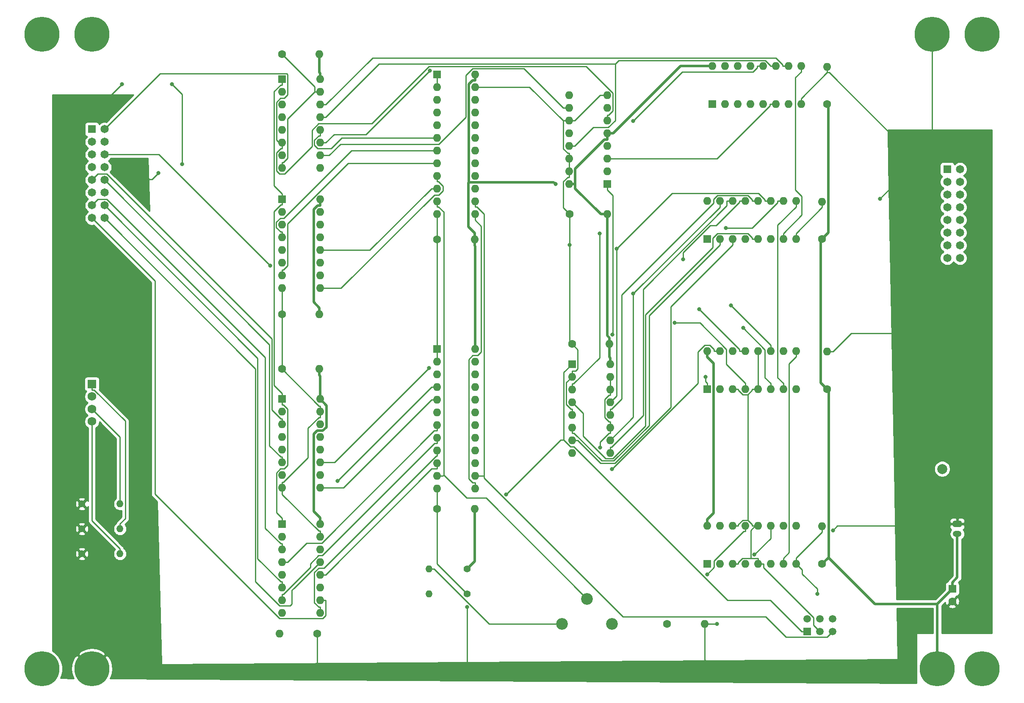
<source format=gbr>
%TF.GenerationSoftware,KiCad,Pcbnew,(5.1.10)-1*%
%TF.CreationDate,2021-10-27T19:24:49+02:00*%
%TF.ProjectId,Program Counter,50726f67-7261-46d2-9043-6f756e746572,rev1.0*%
%TF.SameCoordinates,Original*%
%TF.FileFunction,Copper,L2,Bot*%
%TF.FilePolarity,Positive*%
%FSLAX46Y46*%
G04 Gerber Fmt 4.6, Leading zero omitted, Abs format (unit mm)*
G04 Created by KiCad (PCBNEW (5.1.10)-1) date 2021-10-27 19:24:49*
%MOMM*%
%LPD*%
G01*
G04 APERTURE LIST*
%TA.AperFunction,ComponentPad*%
%ADD10O,1.750000X1.200000*%
%TD*%
%TA.AperFunction,ComponentPad*%
%ADD11C,2.000000*%
%TD*%
%TA.AperFunction,ComponentPad*%
%ADD12C,1.500000*%
%TD*%
%TA.AperFunction,ComponentPad*%
%ADD13R,1.500000X1.500000*%
%TD*%
%TA.AperFunction,ComponentPad*%
%ADD14C,1.650000*%
%TD*%
%TA.AperFunction,ComponentPad*%
%ADD15R,1.650000X1.650000*%
%TD*%
%TA.AperFunction,ComponentPad*%
%ADD16C,7.000000*%
%TD*%
%TA.AperFunction,ComponentPad*%
%ADD17C,0.800000*%
%TD*%
%TA.AperFunction,ComponentPad*%
%ADD18C,1.600000*%
%TD*%
%TA.AperFunction,ComponentPad*%
%ADD19O,1.600000X1.600000*%
%TD*%
%TA.AperFunction,ComponentPad*%
%ADD20R,1.600000X1.600000*%
%TD*%
%TA.AperFunction,ComponentPad*%
%ADD21C,1.400000*%
%TD*%
%TA.AperFunction,ComponentPad*%
%ADD22O,1.400000X1.400000*%
%TD*%
%TA.AperFunction,ComponentPad*%
%ADD23C,2.340000*%
%TD*%
%TA.AperFunction,ComponentPad*%
%ADD24R,1.750000X1.750000*%
%TD*%
%TA.AperFunction,ComponentPad*%
%ADD25C,1.750000*%
%TD*%
%TA.AperFunction,ViaPad*%
%ADD26C,0.800000*%
%TD*%
%TA.AperFunction,Conductor*%
%ADD27C,0.254000*%
%TD*%
%TA.AperFunction,Conductor*%
%ADD28C,0.508000*%
%TD*%
%TA.AperFunction,Conductor*%
%ADD29C,0.100000*%
%TD*%
G04 APERTURE END LIST*
D10*
%TO.P,J5,2*%
%TO.N,+5V*%
X229000000Y-125000000D03*
%TO.P,J5,1*%
%TO.N,GNDREF*%
%TA.AperFunction,ComponentPad*%
G36*
G01*
X228374999Y-122400000D02*
X229625001Y-122400000D01*
G75*
G02*
X229875000Y-122649999I0J-249999D01*
G01*
X229875000Y-123350001D01*
G75*
G02*
X229625001Y-123600000I-249999J0D01*
G01*
X228374999Y-123600000D01*
G75*
G02*
X228125000Y-123350001I0J249999D01*
G01*
X228125000Y-122649999D01*
G75*
G02*
X228374999Y-122400000I249999J0D01*
G01*
G37*
%TD.AperFunction*%
%TD*%
D11*
%TO.P,J4,1*%
%TO.N,CLK*%
X226000000Y-112000000D03*
%TD*%
D12*
%TO.P,J6,6*%
%TO.N,Net-(J6-Pad6)*%
X204080000Y-142000000D03*
%TO.P,J6,5*%
%TO.N,Net-(J6-Pad5)*%
X201540000Y-142000000D03*
%TO.P,J6,4*%
%TO.N,JMP_ABS*%
X199000000Y-142000000D03*
%TO.P,J6,3*%
%TO.N,~STALL*%
X204080000Y-144540000D03*
%TO.P,J6,2*%
%TO.N,REL_SIGN*%
X201540000Y-144540000D03*
D13*
%TO.P,J6,1*%
%TO.N,JMP_IN*%
X199000000Y-144540000D03*
%TD*%
D14*
%TO.P,J2,16*%
%TO.N,/OFF15*%
X58540000Y-61780000D03*
%TO.P,J2,15*%
%TO.N,/OFF14*%
X56000000Y-61780000D03*
%TO.P,J2,14*%
%TO.N,/OFF13*%
X58540000Y-59240000D03*
%TO.P,J2,13*%
%TO.N,/OFF12*%
X56000000Y-59240000D03*
%TO.P,J2,12*%
%TO.N,/OFF11*%
X58540000Y-56700000D03*
%TO.P,J2,11*%
%TO.N,/OFF10*%
X56000000Y-56700000D03*
%TO.P,J2,10*%
%TO.N,/OFF9*%
X58540000Y-54160000D03*
%TO.P,J2,9*%
%TO.N,/OFF8*%
X56000000Y-54160000D03*
%TO.P,J2,8*%
%TO.N,/OFF7*%
X58540000Y-51620000D03*
%TO.P,J2,7*%
%TO.N,/OFF6*%
X56000000Y-51620000D03*
%TO.P,J2,6*%
%TO.N,/OFF5*%
X58540000Y-49080000D03*
%TO.P,J2,5*%
%TO.N,/OFF4*%
X56000000Y-49080000D03*
%TO.P,J2,4*%
%TO.N,/OFF3*%
X58540000Y-46540000D03*
%TO.P,J2,3*%
%TO.N,/OFF2*%
X56000000Y-46540000D03*
%TO.P,J2,2*%
%TO.N,/OFF1*%
X58540000Y-44000000D03*
D15*
%TO.P,J2,1*%
%TO.N,/OFF0*%
X56000000Y-44000000D03*
%TD*%
D14*
%TO.P,J1,16*%
%TO.N,/O15*%
X229540000Y-69780000D03*
%TO.P,J1,15*%
%TO.N,/O14*%
X227000000Y-69780000D03*
%TO.P,J1,14*%
%TO.N,/O13*%
X229540000Y-67240000D03*
%TO.P,J1,13*%
%TO.N,/O12*%
X227000000Y-67240000D03*
%TO.P,J1,12*%
%TO.N,/O11*%
X229540000Y-64700000D03*
%TO.P,J1,11*%
%TO.N,/O10*%
X227000000Y-64700000D03*
%TO.P,J1,10*%
%TO.N,/O9*%
X229540000Y-62160000D03*
%TO.P,J1,9*%
%TO.N,/O8*%
X227000000Y-62160000D03*
%TO.P,J1,8*%
%TO.N,/O7*%
X229540000Y-59620000D03*
%TO.P,J1,7*%
%TO.N,/O6*%
X227000000Y-59620000D03*
%TO.P,J1,6*%
%TO.N,/O5*%
X229540000Y-57080000D03*
%TO.P,J1,5*%
%TO.N,/O4*%
X227000000Y-57080000D03*
%TO.P,J1,4*%
%TO.N,/O3*%
X229540000Y-54540000D03*
%TO.P,J1,3*%
%TO.N,/O2*%
X227000000Y-54540000D03*
%TO.P,J1,2*%
%TO.N,/O1*%
X229540000Y-52000000D03*
D15*
%TO.P,J1,1*%
%TO.N,/O0*%
X227000000Y-52000000D03*
%TD*%
D16*
%TO.P,H8,1*%
%TO.N,GNDREF*%
X56000000Y-152000000D03*
D17*
X58625000Y-152000000D03*
X57856155Y-153856155D03*
X56000000Y-154625000D03*
X54143845Y-153856155D03*
X53375000Y-152000000D03*
X54143845Y-150143845D03*
X56000000Y-149375000D03*
X57856155Y-150143845D03*
%TD*%
D16*
%TO.P,H7,1*%
%TO.N,GNDREF*%
X224000000Y-25000000D03*
D17*
X226625000Y-25000000D03*
X225856155Y-26856155D03*
X224000000Y-27625000D03*
X222143845Y-26856155D03*
X221375000Y-25000000D03*
X222143845Y-23143845D03*
X224000000Y-22375000D03*
X225856155Y-23143845D03*
%TD*%
D16*
%TO.P,H6,1*%
%TO.N,+5V*%
X56000000Y-25000000D03*
D17*
X58625000Y-25000000D03*
X57856155Y-26856155D03*
X56000000Y-27625000D03*
X54143845Y-26856155D03*
X53375000Y-25000000D03*
X54143845Y-23143845D03*
X56000000Y-22375000D03*
X57856155Y-23143845D03*
%TD*%
D16*
%TO.P,H5,1*%
%TO.N,+5V*%
X225000000Y-152000000D03*
D17*
X227625000Y-152000000D03*
X226856155Y-153856155D03*
X225000000Y-154625000D03*
X223143845Y-153856155D03*
X222375000Y-152000000D03*
X223143845Y-150143845D03*
X225000000Y-149375000D03*
X226856155Y-150143845D03*
%TD*%
D16*
%TO.P,H4,1*%
%TO.N,N/C*%
X234000000Y-25000000D03*
D17*
X236625000Y-25000000D03*
X235856155Y-26856155D03*
X234000000Y-27625000D03*
X232143845Y-26856155D03*
X231375000Y-25000000D03*
X232143845Y-23143845D03*
X234000000Y-22375000D03*
X235856155Y-23143845D03*
%TD*%
D16*
%TO.P,H3,1*%
%TO.N,N/C*%
X234000000Y-152000000D03*
D17*
X236625000Y-152000000D03*
X235856155Y-153856155D03*
X234000000Y-154625000D03*
X232143845Y-153856155D03*
X231375000Y-152000000D03*
X232143845Y-150143845D03*
X234000000Y-149375000D03*
X235856155Y-150143845D03*
%TD*%
D16*
%TO.P,H2,1*%
%TO.N,N/C*%
X46000000Y-152000000D03*
D17*
X48625000Y-152000000D03*
X47856155Y-153856155D03*
X46000000Y-154625000D03*
X44143845Y-153856155D03*
X43375000Y-152000000D03*
X44143845Y-150143845D03*
X46000000Y-149375000D03*
X47856155Y-150143845D03*
%TD*%
D16*
%TO.P,H1,1*%
%TO.N,N/C*%
X46000000Y-25000000D03*
D17*
X48625000Y-25000000D03*
X47856155Y-26856155D03*
X46000000Y-27625000D03*
X44143845Y-26856155D03*
X43375000Y-25000000D03*
X44143845Y-23143845D03*
X46000000Y-22375000D03*
X47856155Y-23143845D03*
%TD*%
D18*
%TO.P,C13,1*%
%TO.N,GNDREF*%
X152000000Y-87000000D03*
D19*
%TO.P,C13,2*%
%TO.N,+5V*%
X159500000Y-87000000D03*
%TD*%
D18*
%TO.P,C12,1*%
%TO.N,GNDREF*%
X151500000Y-61000000D03*
D19*
%TO.P,C12,2*%
%TO.N,+5V*%
X159000000Y-61000000D03*
%TD*%
D18*
%TO.P,C11,1*%
%TO.N,GNDREF*%
X101000000Y-145000000D03*
D19*
%TO.P,C11,2*%
%TO.N,+5V*%
X93500000Y-145000000D03*
%TD*%
D18*
%TO.P,C10,1*%
%TO.N,GNDREF*%
X94000000Y-92000000D03*
D19*
%TO.P,C10,2*%
%TO.N,+5V*%
X101500000Y-92000000D03*
%TD*%
D18*
%TO.P,C9,1*%
%TO.N,GNDREF*%
X94000000Y-81000000D03*
D19*
%TO.P,C9,2*%
%TO.N,+5V*%
X101500000Y-81000000D03*
%TD*%
D18*
%TO.P,C8,1*%
%TO.N,GNDREF*%
X94000000Y-29000000D03*
D19*
%TO.P,C8,2*%
%TO.N,+5V*%
X101500000Y-29000000D03*
%TD*%
D18*
%TO.P,C7,1*%
%TO.N,+5V*%
X202000000Y-131000000D03*
D19*
%TO.P,C7,2*%
%TO.N,GNDREF*%
X202000000Y-123500000D03*
%TD*%
D18*
%TO.P,C6,1*%
%TO.N,+5V*%
X203000000Y-96000000D03*
D19*
%TO.P,C6,2*%
%TO.N,GNDREF*%
X203000000Y-88500000D03*
%TD*%
D18*
%TO.P,C5,1*%
%TO.N,+5V*%
X202000000Y-66000000D03*
D19*
%TO.P,C5,2*%
%TO.N,GNDREF*%
X202000000Y-58500000D03*
%TD*%
D18*
%TO.P,C4,1*%
%TO.N,+5V*%
X203000000Y-39000000D03*
D19*
%TO.P,C4,2*%
%TO.N,GNDREF*%
X203000000Y-31500000D03*
%TD*%
D18*
%TO.P,C3,1*%
%TO.N,~PC_CLR*%
X171000000Y-143000000D03*
D19*
%TO.P,C3,2*%
%TO.N,GNDREF*%
X178500000Y-143000000D03*
%TD*%
D18*
%TO.P,C2,1*%
%TO.N,GNDREF*%
X125000000Y-120000000D03*
D19*
%TO.P,C2,2*%
%TO.N,+5V*%
X132500000Y-120000000D03*
%TD*%
D18*
%TO.P,C1,1*%
%TO.N,GNDREF*%
X125000000Y-66040000D03*
D19*
%TO.P,C1,2*%
%TO.N,+5V*%
X132500000Y-66040000D03*
%TD*%
D20*
%TO.P,REG8.2,1*%
%TO.N,GNDREF*%
X125000000Y-88000000D03*
D19*
%TO.P,REG8.2,13*%
%TO.N,CLK*%
X132620000Y-115940000D03*
%TO.P,REG8.2,2*%
%TO.N,GNDREF*%
X125000000Y-90540000D03*
%TO.P,REG8.2,14*%
%TO.N,~STALL*%
X132620000Y-113400000D03*
%TO.P,REG8.2,3*%
%TO.N,/N8*%
X125000000Y-93080000D03*
%TO.P,REG8.2,15*%
%TO.N,/O15*%
X132620000Y-110860000D03*
%TO.P,REG8.2,4*%
%TO.N,/N9*%
X125000000Y-95620000D03*
%TO.P,REG8.2,16*%
%TO.N,/O14*%
X132620000Y-108320000D03*
%TO.P,REG8.2,5*%
%TO.N,/N10*%
X125000000Y-98160000D03*
%TO.P,REG8.2,17*%
%TO.N,/O13*%
X132620000Y-105780000D03*
%TO.P,REG8.2,6*%
%TO.N,/N11*%
X125000000Y-100700000D03*
%TO.P,REG8.2,18*%
%TO.N,/O12*%
X132620000Y-103240000D03*
%TO.P,REG8.2,7*%
%TO.N,/N12*%
X125000000Y-103240000D03*
%TO.P,REG8.2,19*%
%TO.N,/O11*%
X132620000Y-100700000D03*
%TO.P,REG8.2,8*%
%TO.N,/N13*%
X125000000Y-105780000D03*
%TO.P,REG8.2,20*%
%TO.N,/O10*%
X132620000Y-98160000D03*
%TO.P,REG8.2,9*%
%TO.N,/N14*%
X125000000Y-108320000D03*
%TO.P,REG8.2,21*%
%TO.N,/O9*%
X132620000Y-95620000D03*
%TO.P,REG8.2,10*%
%TO.N,/N15*%
X125000000Y-110860000D03*
%TO.P,REG8.2,22*%
%TO.N,/O8*%
X132620000Y-93080000D03*
%TO.P,REG8.2,11*%
%TO.N,~PC_CLR*%
X125000000Y-113400000D03*
%TO.P,REG8.2,23*%
%TO.N,GNDREF*%
X132620000Y-90540000D03*
%TO.P,REG8.2,12*%
X125000000Y-115940000D03*
%TO.P,REG8.2,24*%
%TO.N,+5V*%
X132620000Y-88000000D03*
%TD*%
D20*
%TO.P,REG8.1,1*%
%TO.N,GNDREF*%
X125000000Y-33000000D03*
D19*
%TO.P,REG8.1,13*%
%TO.N,CLK*%
X132620000Y-60940000D03*
%TO.P,REG8.1,2*%
%TO.N,GNDREF*%
X125000000Y-35540000D03*
%TO.P,REG8.1,14*%
%TO.N,~STALL*%
X132620000Y-58400000D03*
%TO.P,REG8.1,3*%
%TO.N,/N0*%
X125000000Y-38080000D03*
%TO.P,REG8.1,15*%
%TO.N,/O7*%
X132620000Y-55860000D03*
%TO.P,REG8.1,4*%
%TO.N,/N1*%
X125000000Y-40620000D03*
%TO.P,REG8.1,16*%
%TO.N,/O6*%
X132620000Y-53320000D03*
%TO.P,REG8.1,5*%
%TO.N,/N2*%
X125000000Y-43160000D03*
%TO.P,REG8.1,17*%
%TO.N,/O5*%
X132620000Y-50780000D03*
%TO.P,REG8.1,6*%
%TO.N,/N3*%
X125000000Y-45700000D03*
%TO.P,REG8.1,18*%
%TO.N,/O4*%
X132620000Y-48240000D03*
%TO.P,REG8.1,7*%
%TO.N,/N4*%
X125000000Y-48240000D03*
%TO.P,REG8.1,19*%
%TO.N,/O3*%
X132620000Y-45700000D03*
%TO.P,REG8.1,8*%
%TO.N,/N5*%
X125000000Y-50780000D03*
%TO.P,REG8.1,20*%
%TO.N,/O2*%
X132620000Y-43160000D03*
%TO.P,REG8.1,9*%
%TO.N,/N6*%
X125000000Y-53320000D03*
%TO.P,REG8.1,21*%
%TO.N,/O1*%
X132620000Y-40620000D03*
%TO.P,REG8.1,10*%
%TO.N,/N7*%
X125000000Y-55860000D03*
%TO.P,REG8.1,22*%
%TO.N,/O0*%
X132620000Y-38080000D03*
%TO.P,REG8.1,11*%
%TO.N,~PC_CLR*%
X125000000Y-58400000D03*
%TO.P,REG8.1,23*%
%TO.N,GNDREF*%
X132620000Y-35540000D03*
%TO.P,REG8.1,12*%
X125000000Y-60940000D03*
%TO.P,REG8.1,24*%
%TO.N,+5V*%
X132620000Y-33000000D03*
%TD*%
D21*
%TO.P,R14,1*%
%TO.N,GNDREF*%
X54000000Y-124000000D03*
D22*
%TO.P,R14,2*%
%TO.N,JMP_IN*%
X61620000Y-124000000D03*
%TD*%
D21*
%TO.P,R10,1*%
%TO.N,GNDREF*%
X131000000Y-137000000D03*
D22*
%TO.P,R10,2*%
%TO.N,Net-(ADD4.4-Pad9)*%
X123380000Y-137000000D03*
%TD*%
D21*
%TO.P,R6,1*%
%TO.N,+5V*%
X131000000Y-132000000D03*
D22*
%TO.P,R6,2*%
%TO.N,Net-(POT1-Pad1)*%
X123380000Y-132000000D03*
%TD*%
D21*
%TO.P,R5,1*%
%TO.N,GNDREF*%
X54000000Y-119000000D03*
D22*
%TO.P,R5,2*%
%TO.N,~STALL*%
X61620000Y-119000000D03*
%TD*%
D21*
%TO.P,R4,1*%
%TO.N,GNDREF*%
X54000000Y-129000000D03*
D22*
%TO.P,R4,2*%
%TO.N,JMP_ABS*%
X61620000Y-129000000D03*
%TD*%
D23*
%TO.P,POT1,3*%
%TO.N,Net-(POT1-Pad3)*%
X160000000Y-143000000D03*
%TO.P,POT1,2*%
%TO.N,~PC_CLR*%
X155000000Y-138000000D03*
%TO.P,POT1,1*%
%TO.N,Net-(POT1-Pad1)*%
X150000000Y-143000000D03*
%TD*%
D20*
%TO.P,MUXB2,1*%
%TO.N,JMP_IN*%
X152000000Y-91000000D03*
D19*
%TO.P,MUXB2,9*%
%TO.N,/R6*%
X159620000Y-108780000D03*
%TO.P,MUXB2,2*%
%TO.N,GNDREF*%
X152000000Y-93540000D03*
%TO.P,MUXB2,10*%
%TO.N,/OFF6*%
X159620000Y-106240000D03*
%TO.P,MUXB2,3*%
%TO.N,/OFF4*%
X152000000Y-96080000D03*
%TO.P,MUXB2,11*%
%TO.N,GNDREF*%
X159620000Y-103700000D03*
%TO.P,MUXB2,4*%
%TO.N,/R4*%
X152000000Y-98620000D03*
%TO.P,MUXB2,12*%
%TO.N,/R7*%
X159620000Y-101160000D03*
%TO.P,MUXB2,5*%
%TO.N,GNDREF*%
X152000000Y-101160000D03*
%TO.P,MUXB2,13*%
%TO.N,/OFF7*%
X159620000Y-98620000D03*
%TO.P,MUXB2,6*%
%TO.N,/OFF5*%
X152000000Y-103700000D03*
%TO.P,MUXB2,14*%
%TO.N,GNDREF*%
X159620000Y-96080000D03*
%TO.P,MUXB2,7*%
%TO.N,/R5*%
X152000000Y-106240000D03*
%TO.P,MUXB2,15*%
%TO.N,GNDREF*%
X159620000Y-93540000D03*
%TO.P,MUXB2,8*%
X152000000Y-108780000D03*
%TO.P,MUXB2,16*%
%TO.N,+5V*%
X159620000Y-91000000D03*
%TD*%
D20*
%TO.P,MUXB1,1*%
%TO.N,JMP_IN*%
X159000000Y-55000000D03*
D19*
%TO.P,MUXB1,9*%
%TO.N,/R2*%
X151380000Y-37220000D03*
%TO.P,MUXB1,2*%
%TO.N,GNDREF*%
X159000000Y-52460000D03*
%TO.P,MUXB1,10*%
%TO.N,/OFF2*%
X151380000Y-39760000D03*
%TO.P,MUXB1,3*%
%TO.N,/OFF0*%
X159000000Y-49920000D03*
%TO.P,MUXB1,11*%
%TO.N,GNDREF*%
X151380000Y-42300000D03*
%TO.P,MUXB1,4*%
%TO.N,/R0*%
X159000000Y-47380000D03*
%TO.P,MUXB1,12*%
%TO.N,/R3*%
X151380000Y-44840000D03*
%TO.P,MUXB1,5*%
%TO.N,+5V*%
X159000000Y-44840000D03*
%TO.P,MUXB1,13*%
%TO.N,/OFF3*%
X151380000Y-47380000D03*
%TO.P,MUXB1,6*%
%TO.N,/OFF1*%
X159000000Y-42300000D03*
%TO.P,MUXB1,14*%
%TO.N,GNDREF*%
X151380000Y-49920000D03*
%TO.P,MUXB1,7*%
%TO.N,/R1*%
X159000000Y-39760000D03*
%TO.P,MUXB1,15*%
%TO.N,GNDREF*%
X151380000Y-52460000D03*
%TO.P,MUXB1,8*%
X159000000Y-37220000D03*
%TO.P,MUXB1,16*%
%TO.N,+5V*%
X151380000Y-55000000D03*
%TD*%
D20*
%TO.P,MUXA4,1*%
%TO.N,JMP_ABS*%
X94000000Y-123000000D03*
D19*
%TO.P,MUXA4,9*%
%TO.N,/N14*%
X101620000Y-140780000D03*
%TO.P,MUXA4,2*%
%TO.N,/S12*%
X94000000Y-125540000D03*
%TO.P,MUXA4,10*%
%TO.N,/OFF14*%
X101620000Y-138240000D03*
%TO.P,MUXA4,3*%
%TO.N,/OFF12*%
X94000000Y-128080000D03*
%TO.P,MUXA4,11*%
%TO.N,/S14*%
X101620000Y-135700000D03*
%TO.P,MUXA4,4*%
%TO.N,/N12*%
X94000000Y-130620000D03*
%TO.P,MUXA4,12*%
%TO.N,/N15*%
X101620000Y-133160000D03*
%TO.P,MUXA4,5*%
%TO.N,/S13*%
X94000000Y-133160000D03*
%TO.P,MUXA4,13*%
%TO.N,/OFF15*%
X101620000Y-130620000D03*
%TO.P,MUXA4,6*%
%TO.N,/OFF13*%
X94000000Y-135700000D03*
%TO.P,MUXA4,14*%
%TO.N,/S15*%
X101620000Y-128080000D03*
%TO.P,MUXA4,7*%
%TO.N,/N13*%
X94000000Y-138240000D03*
%TO.P,MUXA4,15*%
%TO.N,GNDREF*%
X101620000Y-125540000D03*
%TO.P,MUXA4,8*%
X94000000Y-140780000D03*
%TO.P,MUXA4,16*%
%TO.N,+5V*%
X101620000Y-123000000D03*
%TD*%
D20*
%TO.P,MUXA3,1*%
%TO.N,JMP_ABS*%
X94000000Y-98000000D03*
D19*
%TO.P,MUXA3,9*%
%TO.N,/N10*%
X101620000Y-115780000D03*
%TO.P,MUXA3,2*%
%TO.N,/S8*%
X94000000Y-100540000D03*
%TO.P,MUXA3,10*%
%TO.N,/OFF10*%
X101620000Y-113240000D03*
%TO.P,MUXA3,3*%
%TO.N,/OFF8*%
X94000000Y-103080000D03*
%TO.P,MUXA3,11*%
%TO.N,/S10*%
X101620000Y-110700000D03*
%TO.P,MUXA3,4*%
%TO.N,/N8*%
X94000000Y-105620000D03*
%TO.P,MUXA3,12*%
%TO.N,/N11*%
X101620000Y-108160000D03*
%TO.P,MUXA3,5*%
%TO.N,/S9*%
X94000000Y-108160000D03*
%TO.P,MUXA3,13*%
%TO.N,/OFF11*%
X101620000Y-105620000D03*
%TO.P,MUXA3,6*%
%TO.N,/OFF9*%
X94000000Y-110700000D03*
%TO.P,MUXA3,14*%
%TO.N,/S11*%
X101620000Y-103080000D03*
%TO.P,MUXA3,7*%
%TO.N,/N9*%
X94000000Y-113240000D03*
%TO.P,MUXA3,15*%
%TO.N,GNDREF*%
X101620000Y-100540000D03*
%TO.P,MUXA3,8*%
X94000000Y-115780000D03*
%TO.P,MUXA3,16*%
%TO.N,+5V*%
X101620000Y-98000000D03*
%TD*%
D20*
%TO.P,MUXA2,1*%
%TO.N,JMP_ABS*%
X94000000Y-58000000D03*
D19*
%TO.P,MUXA2,9*%
%TO.N,/N6*%
X101620000Y-75780000D03*
%TO.P,MUXA2,2*%
%TO.N,/S4*%
X94000000Y-60540000D03*
%TO.P,MUXA2,10*%
%TO.N,/OFF6*%
X101620000Y-73240000D03*
%TO.P,MUXA2,3*%
%TO.N,/OFF4*%
X94000000Y-63080000D03*
%TO.P,MUXA2,11*%
%TO.N,/S6*%
X101620000Y-70700000D03*
%TO.P,MUXA2,4*%
%TO.N,/N4*%
X94000000Y-65620000D03*
%TO.P,MUXA2,12*%
%TO.N,/N7*%
X101620000Y-68160000D03*
%TO.P,MUXA2,5*%
%TO.N,/S5*%
X94000000Y-68160000D03*
%TO.P,MUXA2,13*%
%TO.N,/OFF7*%
X101620000Y-65620000D03*
%TO.P,MUXA2,6*%
%TO.N,/OFF5*%
X94000000Y-70700000D03*
%TO.P,MUXA2,14*%
%TO.N,/S7*%
X101620000Y-63080000D03*
%TO.P,MUXA2,7*%
%TO.N,/N5*%
X94000000Y-73240000D03*
%TO.P,MUXA2,15*%
%TO.N,Net-(MUXA2-Pad15)*%
X101620000Y-60540000D03*
%TO.P,MUXA2,8*%
%TO.N,GNDREF*%
X94000000Y-75780000D03*
%TO.P,MUXA2,16*%
%TO.N,+5V*%
X101620000Y-58000000D03*
%TD*%
D20*
%TO.P,MUXA1,1*%
%TO.N,JMP_ABS*%
X94000000Y-34000000D03*
D19*
%TO.P,MUXA1,9*%
%TO.N,/N2*%
X101620000Y-51780000D03*
%TO.P,MUXA1,2*%
%TO.N,/S0*%
X94000000Y-36540000D03*
%TO.P,MUXA1,10*%
%TO.N,/OFF2*%
X101620000Y-49240000D03*
%TO.P,MUXA1,3*%
%TO.N,/OFF0*%
X94000000Y-39080000D03*
%TO.P,MUXA1,11*%
%TO.N,/S2*%
X101620000Y-46700000D03*
%TO.P,MUXA1,4*%
%TO.N,/N0*%
X94000000Y-41620000D03*
%TO.P,MUXA1,12*%
%TO.N,/N3*%
X101620000Y-44160000D03*
%TO.P,MUXA1,5*%
%TO.N,/S1*%
X94000000Y-44160000D03*
%TO.P,MUXA1,13*%
%TO.N,/OFF3*%
X101620000Y-41620000D03*
%TO.P,MUXA1,6*%
%TO.N,/OFF1*%
X94000000Y-46700000D03*
%TO.P,MUXA1,14*%
%TO.N,/S3*%
X101620000Y-39080000D03*
%TO.P,MUXA1,7*%
%TO.N,/N1*%
X94000000Y-49240000D03*
%TO.P,MUXA1,15*%
%TO.N,GNDREF*%
X101620000Y-36540000D03*
%TO.P,MUXA1,8*%
X94000000Y-51780000D03*
%TO.P,MUXA1,16*%
%TO.N,+5V*%
X101620000Y-34000000D03*
%TD*%
D24*
%TO.P,J3,1*%
%TO.N,JMP_IN*%
X56000000Y-95000000D03*
D25*
%TO.P,J3,2*%
%TO.N,REL_SIGN*%
X56000000Y-97500000D03*
%TO.P,J3,3*%
%TO.N,~STALL*%
X56000000Y-100000000D03*
%TO.P,J3,4*%
%TO.N,JMP_ABS*%
X56000000Y-102500000D03*
%TD*%
D20*
%TO.P,C_BOARD1,1*%
%TO.N,+5V*%
X228000000Y-136000000D03*
D18*
%TO.P,C_BOARD1,2*%
%TO.N,GNDREF*%
X228000000Y-138500000D03*
%TD*%
D20*
%TO.P,ADD4.2,1*%
%TO.N,/S5*%
X179000000Y-66000000D03*
D19*
%TO.P,ADD4.2,9*%
%TO.N,Net-(ADD4.2-Pad9)*%
X196780000Y-58380000D03*
%TO.P,ADD4.2,2*%
%TO.N,/OFF5*%
X181540000Y-66000000D03*
%TO.P,ADD4.2,10*%
%TO.N,/S7*%
X194240000Y-58380000D03*
%TO.P,ADD4.2,3*%
%TO.N,/R5*%
X184080000Y-66000000D03*
%TO.P,ADD4.2,11*%
%TO.N,/OFF7*%
X191700000Y-58380000D03*
%TO.P,ADD4.2,4*%
%TO.N,/S4*%
X186620000Y-66000000D03*
%TO.P,ADD4.2,12*%
%TO.N,/R7*%
X189160000Y-58380000D03*
%TO.P,ADD4.2,5*%
%TO.N,/R4*%
X189160000Y-66000000D03*
%TO.P,ADD4.2,13*%
%TO.N,/S6*%
X186620000Y-58380000D03*
%TO.P,ADD4.2,6*%
%TO.N,/OFF4*%
X191700000Y-66000000D03*
%TO.P,ADD4.2,14*%
%TO.N,/R6*%
X184080000Y-58380000D03*
%TO.P,ADD4.2,7*%
%TO.N,Net-(ADD4.1-Pad9)*%
X194240000Y-66000000D03*
%TO.P,ADD4.2,15*%
%TO.N,/OFF6*%
X181540000Y-58380000D03*
%TO.P,ADD4.2,8*%
%TO.N,GNDREF*%
X196780000Y-66000000D03*
%TO.P,ADD4.2,16*%
%TO.N,+5V*%
X179000000Y-58380000D03*
%TD*%
D20*
%TO.P,ADD4.1,1*%
%TO.N,/S1*%
X180000000Y-39000000D03*
D19*
%TO.P,ADD4.1,9*%
%TO.N,Net-(ADD4.1-Pad9)*%
X197780000Y-31380000D03*
%TO.P,ADD4.1,2*%
%TO.N,/OFF1*%
X182540000Y-39000000D03*
%TO.P,ADD4.1,10*%
%TO.N,/S3*%
X195240000Y-31380000D03*
%TO.P,ADD4.1,3*%
%TO.N,/R1*%
X185080000Y-39000000D03*
%TO.P,ADD4.1,11*%
%TO.N,/OFF3*%
X192700000Y-31380000D03*
%TO.P,ADD4.1,4*%
%TO.N,/S0*%
X187620000Y-39000000D03*
%TO.P,ADD4.1,12*%
%TO.N,/R3*%
X190160000Y-31380000D03*
%TO.P,ADD4.1,5*%
%TO.N,/R0*%
X190160000Y-39000000D03*
%TO.P,ADD4.1,13*%
%TO.N,/S2*%
X187620000Y-31380000D03*
%TO.P,ADD4.1,6*%
%TO.N,/OFF0*%
X192700000Y-39000000D03*
%TO.P,ADD4.1,14*%
%TO.N,/R2*%
X185080000Y-31380000D03*
%TO.P,ADD4.1,7*%
%TO.N,GNDREF*%
X195240000Y-39000000D03*
%TO.P,ADD4.1,15*%
%TO.N,/OFF2*%
X182540000Y-31380000D03*
%TO.P,ADD4.1,8*%
%TO.N,GNDREF*%
X197780000Y-39000000D03*
%TO.P,ADD4.1,16*%
%TO.N,+5V*%
X180000000Y-31380000D03*
%TD*%
D20*
%TO.P,ADD4.3,1*%
%TO.N,/S9*%
X179000000Y-96000000D03*
D19*
%TO.P,ADD4.3,9*%
%TO.N,Net-(ADD4.3-Pad9)*%
X196780000Y-88380000D03*
%TO.P,ADD4.3,2*%
%TO.N,/OFF9*%
X181540000Y-96000000D03*
%TO.P,ADD4.3,10*%
%TO.N,/S11*%
X194240000Y-88380000D03*
%TO.P,ADD4.3,3*%
%TO.N,REL_SIGN*%
X184080000Y-96000000D03*
%TO.P,ADD4.3,11*%
%TO.N,/OFF11*%
X191700000Y-88380000D03*
%TO.P,ADD4.3,4*%
%TO.N,/S8*%
X186620000Y-96000000D03*
%TO.P,ADD4.3,12*%
%TO.N,REL_SIGN*%
X189160000Y-88380000D03*
%TO.P,ADD4.3,5*%
X189160000Y-96000000D03*
%TO.P,ADD4.3,13*%
%TO.N,/S10*%
X186620000Y-88380000D03*
%TO.P,ADD4.3,6*%
%TO.N,/OFF8*%
X191700000Y-96000000D03*
%TO.P,ADD4.3,14*%
%TO.N,REL_SIGN*%
X184080000Y-88380000D03*
%TO.P,ADD4.3,7*%
%TO.N,Net-(ADD4.2-Pad9)*%
X194240000Y-96000000D03*
%TO.P,ADD4.3,15*%
%TO.N,/OFF10*%
X181540000Y-88380000D03*
%TO.P,ADD4.3,8*%
%TO.N,GNDREF*%
X196780000Y-96000000D03*
%TO.P,ADD4.3,16*%
%TO.N,+5V*%
X179000000Y-88380000D03*
%TD*%
D20*
%TO.P,ADD4.4,1*%
%TO.N,/S13*%
X179000000Y-131000000D03*
D19*
%TO.P,ADD4.4,9*%
%TO.N,Net-(ADD4.4-Pad9)*%
X196780000Y-123380000D03*
%TO.P,ADD4.4,2*%
%TO.N,/OFF13*%
X181540000Y-131000000D03*
%TO.P,ADD4.4,10*%
%TO.N,/S15*%
X194240000Y-123380000D03*
%TO.P,ADD4.4,3*%
%TO.N,REL_SIGN*%
X184080000Y-131000000D03*
%TO.P,ADD4.4,11*%
%TO.N,/OFF15*%
X191700000Y-123380000D03*
%TO.P,ADD4.4,4*%
%TO.N,/S12*%
X186620000Y-131000000D03*
%TO.P,ADD4.4,12*%
%TO.N,REL_SIGN*%
X189160000Y-123380000D03*
%TO.P,ADD4.4,5*%
X189160000Y-131000000D03*
%TO.P,ADD4.4,13*%
%TO.N,/S14*%
X186620000Y-123380000D03*
%TO.P,ADD4.4,6*%
%TO.N,/OFF12*%
X191700000Y-131000000D03*
%TO.P,ADD4.4,14*%
%TO.N,REL_SIGN*%
X184080000Y-123380000D03*
%TO.P,ADD4.4,7*%
%TO.N,Net-(ADD4.3-Pad9)*%
X194240000Y-131000000D03*
%TO.P,ADD4.4,15*%
%TO.N,/OFF14*%
X181540000Y-123380000D03*
%TO.P,ADD4.4,8*%
%TO.N,GNDREF*%
X196780000Y-131000000D03*
%TO.P,ADD4.4,16*%
%TO.N,+5V*%
X179000000Y-123380000D03*
%TD*%
D26*
%TO.N,/OFF15*%
X188434500Y-129143000D03*
%TO.N,/S14*%
X179026300Y-133070800D03*
%TO.N,+5V*%
X148674500Y-55000000D03*
%TO.N,/S9*%
X178646500Y-93577700D03*
%TO.N,/OFF11*%
X183728100Y-79280800D03*
%TO.N,/S8*%
X172504800Y-82771700D03*
%TO.N,/S10*%
X123384900Y-91810000D03*
X177449500Y-80055000D03*
%TO.N,/OFF8*%
X186195600Y-83775400D03*
%TO.N,/OFF10*%
X159935700Y-112063400D03*
%TO.N,/R3*%
X164180900Y-42370900D03*
%TO.N,/S2*%
X123585000Y-32272500D03*
%TO.N,/OFF5*%
X91602900Y-71293600D03*
%TO.N,/S7*%
X182744900Y-63772000D03*
%TO.N,/OFF7*%
X160869500Y-67932600D03*
%TO.N,/S6*%
X174196100Y-70039600D03*
%TO.N,/OFF4*%
X157489600Y-64855800D03*
%TO.N,/OFF6*%
X164219000Y-76926300D03*
%TO.N,JMP_IN*%
X138773000Y-117138700D03*
X160061100Y-85083000D03*
%TO.N,/N9*%
X105125300Y-114367400D03*
%TO.N,GNDREF*%
X213536000Y-57938500D03*
X131000000Y-139652000D03*
X204139700Y-124293800D03*
X157572800Y-107729000D03*
X151500000Y-67169600D03*
X181000000Y-143000000D03*
X201000000Y-137000000D03*
X69283900Y-52761500D03*
X74000000Y-51000000D03*
X72000000Y-35000000D03*
X62000000Y-35000000D03*
%TD*%
D27*
%TO.N,/OFF13*%
X94000000Y-135700000D02*
X94000000Y-134572700D01*
X94000000Y-134572700D02*
X93718200Y-134572700D01*
X93718200Y-134572700D02*
X89143200Y-129997700D01*
X89143200Y-129997700D02*
X89143200Y-89843200D01*
X89143200Y-89843200D02*
X58540000Y-59240000D01*
%TO.N,REL_SIGN*%
X187707200Y-129852500D02*
X186083200Y-129852500D01*
X186083200Y-129852500D02*
X185207300Y-130728400D01*
X185207300Y-130728400D02*
X185207300Y-131000000D01*
X189160000Y-129872700D02*
X187727400Y-129872700D01*
X187727400Y-129872700D02*
X187707200Y-129852500D01*
X188596400Y-123380000D02*
X187707200Y-124269200D01*
X187707200Y-124269200D02*
X187707200Y-129852500D01*
X189160000Y-131000000D02*
X189160000Y-129872700D01*
X184080000Y-131000000D02*
X185207300Y-131000000D01*
X188596400Y-123380000D02*
X188032700Y-123380000D01*
X189160000Y-123380000D02*
X188596400Y-123380000D01*
X189160000Y-96000000D02*
X188032700Y-96000000D01*
X184080000Y-96000000D02*
X185207300Y-96000000D01*
X187124400Y-97141900D02*
X186115600Y-97141900D01*
X186115600Y-97141900D02*
X185207300Y-96233600D01*
X185207300Y-96233600D02*
X185207300Y-96000000D01*
X188032700Y-96000000D02*
X188032700Y-96233600D01*
X188032700Y-96233600D02*
X187124400Y-97141900D01*
X187124400Y-122238100D02*
X187124400Y-97141900D01*
X187124400Y-122238100D02*
X186115600Y-122238100D01*
X186115600Y-122238100D02*
X185207300Y-123146400D01*
X185207300Y-123146400D02*
X185207300Y-123380000D01*
X188032700Y-123380000D02*
X188032700Y-123146400D01*
X188032700Y-123146400D02*
X187124400Y-122238100D01*
X184080000Y-123380000D02*
X185207300Y-123380000D01*
X189160000Y-131000000D02*
X190287300Y-131000000D01*
X190287300Y-131000000D02*
X190287300Y-131731400D01*
X190287300Y-131731400D02*
X200270000Y-141714100D01*
X200270000Y-141714100D02*
X200270000Y-143270000D01*
X200270000Y-143270000D02*
X201540000Y-144540000D01*
X189160000Y-94872700D02*
X189160000Y-88380000D01*
X189160000Y-96000000D02*
X189160000Y-94872700D01*
%TO.N,/OFF15*%
X191700000Y-123380000D02*
X191700000Y-125877500D01*
X191700000Y-125877500D02*
X188434500Y-129143000D01*
X96000000Y-136240000D02*
X96349900Y-135890100D01*
X96349900Y-135890100D02*
X101620000Y-130620000D01*
X96000000Y-139000000D02*
X96000000Y-136240000D01*
X95584000Y-139416000D02*
X96000000Y-139000000D01*
X93530900Y-139416000D02*
X95584000Y-139416000D01*
X88688800Y-91928800D02*
X88688800Y-134573900D01*
X88688800Y-134573900D02*
X93530900Y-139416000D01*
X58540000Y-61780000D02*
X88688800Y-91928800D01*
%TO.N,/S14*%
X186620000Y-124507300D02*
X186338200Y-124507300D01*
X186338200Y-124507300D02*
X180412600Y-130432900D01*
X180412600Y-130432900D02*
X180412600Y-131684500D01*
X180412600Y-131684500D02*
X179026300Y-133070800D01*
X186620000Y-123380000D02*
X186620000Y-124507300D01*
%TO.N,/OFF12*%
X56000000Y-59240000D02*
X57190600Y-58049400D01*
X57190600Y-58049400D02*
X58987400Y-58049400D01*
X58987400Y-58049400D02*
X90611700Y-89673700D01*
X90611700Y-89673700D02*
X90611700Y-123846300D01*
X90611700Y-123846300D02*
X93718100Y-126952700D01*
X93718100Y-126952700D02*
X94000000Y-126952700D01*
X94000000Y-128080000D02*
X94000000Y-126952700D01*
%TO.N,Net-(ADD4.3-Pad9)*%
X196780000Y-88380000D02*
X196780000Y-89507300D01*
X194240000Y-131000000D02*
X194240000Y-129872700D01*
X194240000Y-129872700D02*
X195367300Y-128745400D01*
X195367300Y-128745400D02*
X195367300Y-90920000D01*
X195367300Y-90920000D02*
X196780000Y-89507300D01*
%TO.N,/OFF14*%
X56000000Y-61780000D02*
X68596100Y-74376100D01*
X68596100Y-74376100D02*
X68596100Y-117019800D01*
X68596100Y-117019800D02*
X93487900Y-141911600D01*
X93487900Y-141911600D02*
X102137400Y-141911600D01*
X102137400Y-141911600D02*
X102747300Y-141301700D01*
X102747300Y-141301700D02*
X102747300Y-138240000D01*
X101620000Y-138240000D02*
X102747300Y-138240000D01*
D28*
%TO.N,+5V*%
X228000000Y-136000000D02*
X228000000Y-134745700D01*
X228000000Y-134745700D02*
X229000000Y-133745700D01*
X229000000Y-133745700D02*
X229000000Y-125000000D01*
X225000000Y-139000000D02*
X228000000Y-136000000D01*
X223143900Y-150143800D02*
X222375000Y-150912700D01*
X222375000Y-150912700D02*
X222375000Y-152000000D01*
X202000000Y-66000000D02*
X203257300Y-64742700D01*
X203257300Y-64742700D02*
X203257300Y-39257300D01*
X203257300Y-39257300D02*
X203000000Y-39000000D01*
X203000000Y-96000000D02*
X201728700Y-94728700D01*
X201728700Y-94728700D02*
X201728700Y-66271300D01*
X201728700Y-66271300D02*
X202000000Y-66000000D01*
X203285300Y-129776500D02*
X203285300Y-96285300D01*
X203285300Y-96285300D02*
X203000000Y-96000000D01*
X225000000Y-139000000D02*
X212508800Y-139000000D01*
X212508800Y-139000000D02*
X203285300Y-129776500D01*
X203285300Y-129776500D02*
X203223500Y-129776500D01*
X203223500Y-129776500D02*
X202000000Y-131000000D01*
X132500000Y-120000000D02*
X132500000Y-130500000D01*
X132500000Y-130500000D02*
X131000000Y-132000000D01*
X101620000Y-98000000D02*
X102912000Y-99292000D01*
X102912000Y-99292000D02*
X102912000Y-103612300D01*
X102912000Y-103612300D02*
X102174300Y-104350000D01*
X102174300Y-104350000D02*
X101043900Y-104350000D01*
X101043900Y-104350000D02*
X100365600Y-105028300D01*
X100365600Y-105028300D02*
X100365600Y-120491300D01*
X100365600Y-120491300D02*
X101620000Y-121745700D01*
X101500000Y-93254300D02*
X101620000Y-93374300D01*
X101620000Y-93374300D02*
X101620000Y-98000000D01*
X101620000Y-123000000D02*
X101620000Y-121745700D01*
X101500000Y-92000000D02*
X101500000Y-93254300D01*
X159000000Y-44840000D02*
X160254300Y-44840000D01*
X180000000Y-31380000D02*
X173714300Y-31380000D01*
X173714300Y-31380000D02*
X160254300Y-44840000D01*
X152634400Y-55000000D02*
X152634400Y-51940100D01*
X152634400Y-51940100D02*
X158480200Y-46094300D01*
X158480200Y-46094300D02*
X159000000Y-46094300D01*
X152457200Y-55000000D02*
X152634400Y-55000000D01*
X152634400Y-55000000D02*
X152634400Y-55888700D01*
X152634400Y-55888700D02*
X157745700Y-61000000D01*
X159000000Y-44840000D02*
X159000000Y-46094300D01*
X151380000Y-55000000D02*
X152457200Y-55000000D01*
X131349000Y-54590000D02*
X131349000Y-35004900D01*
X131349000Y-35004900D02*
X132099600Y-34254300D01*
X132099600Y-34254300D02*
X132620000Y-34254300D01*
X131349000Y-54590000D02*
X148264500Y-54590000D01*
X148264500Y-54590000D02*
X148674500Y-55000000D01*
X131349000Y-54590000D02*
X131245800Y-54693200D01*
X131245800Y-54693200D02*
X131245800Y-63531500D01*
X131245800Y-63531500D02*
X132500000Y-64785700D01*
X159500000Y-87000000D02*
X159500000Y-85745700D01*
X159500000Y-85745700D02*
X159000000Y-85245700D01*
X159000000Y-85245700D02*
X159000000Y-62254300D01*
X159620000Y-89745700D02*
X159500000Y-89625700D01*
X159500000Y-89625700D02*
X159500000Y-87000000D01*
X159000000Y-61000000D02*
X159000000Y-62254300D01*
X54143900Y-23143800D02*
X53375000Y-23912700D01*
X53375000Y-23912700D02*
X53375000Y-25000000D01*
X179000000Y-89634300D02*
X180254400Y-90888700D01*
X180254400Y-90888700D02*
X180254400Y-120871300D01*
X180254400Y-120871300D02*
X179000000Y-122125700D01*
X132500000Y-66040000D02*
X132500000Y-64785700D01*
X132620000Y-33000000D02*
X132620000Y-34254300D01*
X132500000Y-66040000D02*
X132500000Y-67294300D01*
X132500000Y-67294300D02*
X132620000Y-67414300D01*
X132620000Y-67414300D02*
X132620000Y-88000000D01*
X101500000Y-81000000D02*
X101500000Y-79745700D01*
X101500000Y-79745700D02*
X100351000Y-78596700D01*
X100351000Y-78596700D02*
X100351000Y-60003500D01*
X100351000Y-60003500D02*
X101100200Y-59254300D01*
X101100200Y-59254300D02*
X101620000Y-59254300D01*
X101620000Y-58000000D02*
X101620000Y-59254300D01*
X225000000Y-149375000D02*
X225000000Y-139000000D01*
X57856200Y-23143800D02*
X58625000Y-23912600D01*
X58625000Y-23912600D02*
X58625000Y-25000000D01*
X226856200Y-153856100D02*
X227625000Y-153087300D01*
X227625000Y-153087300D02*
X227625000Y-152000000D01*
X226856200Y-150143800D02*
X227625000Y-150912600D01*
X227625000Y-150912600D02*
X227625000Y-152000000D01*
X179000000Y-123380000D02*
X179000000Y-122125700D01*
X179000000Y-88380000D02*
X179000000Y-89634300D01*
X159000000Y-61000000D02*
X157745700Y-61000000D01*
X159620000Y-91000000D02*
X159620000Y-89745700D01*
X101620000Y-34000000D02*
X101620000Y-32745700D01*
X101620000Y-32745700D02*
X101500000Y-32625700D01*
X101500000Y-32625700D02*
X101500000Y-29000000D01*
D27*
%TO.N,/S9*%
X179000000Y-96000000D02*
X179000000Y-94872700D01*
X179000000Y-94872700D02*
X178646500Y-94519200D01*
X178646500Y-94519200D02*
X178646500Y-93577700D01*
%TO.N,/OFF9*%
X94000000Y-110700000D02*
X94000000Y-109572700D01*
X94000000Y-109572700D02*
X93718200Y-109572700D01*
X93718200Y-109572700D02*
X91505800Y-107360300D01*
X91505800Y-107360300D02*
X91505800Y-87125800D01*
X91505800Y-87125800D02*
X58540000Y-54160000D01*
%TO.N,/OFF11*%
X191700000Y-87252700D02*
X183728100Y-79280800D01*
X191700000Y-88380000D02*
X191700000Y-87252700D01*
%TO.N,/S8*%
X186620000Y-94872700D02*
X182810000Y-91062700D01*
X182810000Y-91062700D02*
X182810000Y-88038100D01*
X182810000Y-88038100D02*
X177543600Y-82771700D01*
X177543600Y-82771700D02*
X172504800Y-82771700D01*
X186620000Y-96000000D02*
X186620000Y-94872700D01*
%TO.N,/S10*%
X177449500Y-80055000D02*
X185492700Y-88098200D01*
X185492700Y-88098200D02*
X185492700Y-88380000D01*
X186620000Y-88380000D02*
X185492700Y-88380000D01*
X123384900Y-91810000D02*
X104494900Y-110700000D01*
X104494900Y-110700000D02*
X101620000Y-110700000D01*
%TO.N,/OFF8*%
X191700000Y-94872700D02*
X190572700Y-93745400D01*
X190572700Y-93745400D02*
X190572700Y-88152500D01*
X190572700Y-88152500D02*
X186195600Y-83775400D01*
X94000000Y-103080000D02*
X94000000Y-101952700D01*
X94000000Y-101952700D02*
X93718200Y-101952700D01*
X93718200Y-101952700D02*
X91960200Y-100194700D01*
X91960200Y-100194700D02*
X91960200Y-85936000D01*
X91960200Y-85936000D02*
X58993600Y-52969400D01*
X58993600Y-52969400D02*
X57190600Y-52969400D01*
X57190600Y-52969400D02*
X56000000Y-54160000D01*
X191700000Y-96000000D02*
X191700000Y-94872700D01*
%TO.N,Net-(ADD4.2-Pad9)*%
X196780000Y-59507300D02*
X193108200Y-63179100D01*
X193108200Y-63179100D02*
X193108200Y-93740900D01*
X193108200Y-93740900D02*
X194240000Y-94872700D01*
X196780000Y-58380000D02*
X196780000Y-59507300D01*
X194240000Y-96000000D02*
X194240000Y-94872700D01*
%TO.N,/OFF10*%
X180412700Y-88380000D02*
X180412700Y-88098200D01*
X180412700Y-88098200D02*
X179547900Y-87233400D01*
X179547900Y-87233400D02*
X178511800Y-87233400D01*
X178511800Y-87233400D02*
X177144300Y-88600900D01*
X177144300Y-88600900D02*
X177144300Y-94854800D01*
X177144300Y-94854800D02*
X159935700Y-112063400D01*
X181540000Y-88380000D02*
X180412700Y-88380000D01*
%TO.N,Net-(ADD4.1-Pad9)*%
X194240000Y-66000000D02*
X194240000Y-64872700D01*
X197780000Y-31380000D02*
X197780000Y-32507300D01*
X197780000Y-32507300D02*
X196651700Y-33635600D01*
X196651700Y-33635600D02*
X196651700Y-56177700D01*
X196651700Y-56177700D02*
X197933100Y-57459100D01*
X197933100Y-57459100D02*
X197933100Y-61179600D01*
X197933100Y-61179600D02*
X194240000Y-64872700D01*
%TO.N,/OFF1*%
X159000000Y-41172700D02*
X159281800Y-41172700D01*
X159281800Y-41172700D02*
X160145500Y-40309000D01*
X160145500Y-40309000D02*
X160145500Y-36727700D01*
X160145500Y-36727700D02*
X154824800Y-31407000D01*
X154824800Y-31407000D02*
X123422000Y-31407000D01*
X123422000Y-31407000D02*
X111939000Y-42890000D01*
X111939000Y-42890000D02*
X101291000Y-42890000D01*
X101291000Y-42890000D02*
X100002800Y-44178200D01*
X100002800Y-44178200D02*
X100002800Y-47445300D01*
X100002800Y-47445300D02*
X94508700Y-52939400D01*
X94508700Y-52939400D02*
X93509100Y-52939400D01*
X93509100Y-52939400D02*
X92870700Y-52301000D01*
X92870700Y-52301000D02*
X92870700Y-48723000D01*
X92870700Y-48723000D02*
X93766400Y-47827300D01*
X93766400Y-47827300D02*
X94000000Y-47827300D01*
X94000000Y-47263600D02*
X92872600Y-46136200D01*
X92872600Y-46136200D02*
X92872600Y-38609900D01*
X92872600Y-38609900D02*
X93672500Y-37810000D01*
X93672500Y-37810000D02*
X94400000Y-37810000D01*
X94400000Y-37810000D02*
X95127400Y-37082600D01*
X95127400Y-37082600D02*
X95127400Y-33041900D01*
X95127400Y-33041900D02*
X94958100Y-32872600D01*
X94958100Y-32872600D02*
X69667400Y-32872600D01*
X69667400Y-32872600D02*
X58540000Y-44000000D01*
X94000000Y-47263600D02*
X94000000Y-47827300D01*
X94000000Y-46700000D02*
X94000000Y-47263600D01*
X159000000Y-42300000D02*
X159000000Y-41172700D01*
%TO.N,/S3*%
X101620000Y-39080000D02*
X102747300Y-39080000D01*
X195240000Y-31380000D02*
X194112700Y-31380000D01*
X194112700Y-31380000D02*
X194112700Y-31098200D01*
X194112700Y-31098200D02*
X192746100Y-29731600D01*
X192746100Y-29731600D02*
X112095700Y-29731600D01*
X112095700Y-29731600D02*
X102747300Y-39080000D01*
%TO.N,/OFF3*%
X160625300Y-30941400D02*
X113425900Y-30941400D01*
X113425900Y-30941400D02*
X102747300Y-41620000D01*
X191642500Y-31380000D02*
X191642500Y-31243900D01*
X191642500Y-31243900D02*
X190624200Y-30225600D01*
X190624200Y-30225600D02*
X161341100Y-30225600D01*
X161341100Y-30225600D02*
X160625300Y-30941400D01*
X160625300Y-30941400D02*
X160625300Y-42272400D01*
X160625300Y-42272400D02*
X159243200Y-43654500D01*
X159243200Y-43654500D02*
X156232800Y-43654500D01*
X156232800Y-43654500D02*
X152507300Y-47380000D01*
X151380000Y-47380000D02*
X152507300Y-47380000D01*
X101620000Y-41620000D02*
X102747300Y-41620000D01*
X192700000Y-31380000D02*
X191642500Y-31380000D01*
%TO.N,/R3*%
X190160000Y-31380000D02*
X189032700Y-31380000D01*
X189032700Y-31380000D02*
X189032700Y-31661900D01*
X189032700Y-31661900D02*
X188187300Y-32507300D01*
X188187300Y-32507300D02*
X174044500Y-32507300D01*
X174044500Y-32507300D02*
X164180900Y-42370900D01*
%TO.N,/S2*%
X102747300Y-46700000D02*
X104387200Y-45060100D01*
X104387200Y-45060100D02*
X110797400Y-45060100D01*
X110797400Y-45060100D02*
X123585000Y-32272500D01*
X101620000Y-46700000D02*
X102747300Y-46700000D01*
%TO.N,/OFF0*%
X192700000Y-39000000D02*
X191572700Y-39000000D01*
X191572700Y-39000000D02*
X191572700Y-39281800D01*
X191572700Y-39281800D02*
X180934500Y-49920000D01*
X180934500Y-49920000D02*
X159000000Y-49920000D01*
%TO.N,/OFF2*%
X102747300Y-49240000D02*
X103389700Y-49240000D01*
X103389700Y-49240000D02*
X105659700Y-46970000D01*
X105659700Y-46970000D02*
X125343900Y-46970000D01*
X125343900Y-46970000D02*
X130767600Y-41546300D01*
X130767600Y-41546300D02*
X130767600Y-33245500D01*
X130767600Y-33245500D02*
X132151500Y-31861600D01*
X132151500Y-31861600D02*
X142354300Y-31861600D01*
X142354300Y-31861600D02*
X150252700Y-39760000D01*
X101620000Y-49240000D02*
X102747300Y-49240000D01*
X151380000Y-39760000D02*
X150252700Y-39760000D01*
%TO.N,/OFF5*%
X152000000Y-104827300D02*
X152357300Y-104827300D01*
X152357300Y-104827300D02*
X157899500Y-110369500D01*
X157899500Y-110369500D02*
X160344200Y-110369500D01*
X160344200Y-110369500D02*
X167388300Y-103325400D01*
X167388300Y-103325400D02*
X167388300Y-81279000D01*
X167388300Y-81279000D02*
X181540000Y-67127300D01*
X152000000Y-103700000D02*
X152000000Y-104827300D01*
X181540000Y-66000000D02*
X181540000Y-67127300D01*
X58540000Y-49080000D02*
X69389300Y-49080000D01*
X69389300Y-49080000D02*
X91602900Y-71293600D01*
%TO.N,/S7*%
X194240000Y-58380000D02*
X193112700Y-58380000D01*
X193112700Y-58380000D02*
X193112700Y-58661800D01*
X193112700Y-58661800D02*
X188002500Y-63772000D01*
X188002500Y-63772000D02*
X182744900Y-63772000D01*
%TO.N,/R5*%
X184080000Y-67127300D02*
X171704700Y-79502600D01*
X171704700Y-79502600D02*
X171704700Y-99651700D01*
X171704700Y-99651700D02*
X160532500Y-110823900D01*
X160532500Y-110823900D02*
X157711200Y-110823900D01*
X157711200Y-110823900D02*
X153127300Y-106240000D01*
X152000000Y-106240000D02*
X153127300Y-106240000D01*
X184080000Y-66000000D02*
X184080000Y-67127300D01*
%TO.N,/OFF7*%
X191700000Y-58380000D02*
X190572700Y-58380000D01*
X190572700Y-58380000D02*
X190572700Y-58098200D01*
X190572700Y-58098200D02*
X189259800Y-56785300D01*
X189259800Y-56785300D02*
X172016800Y-56785300D01*
X172016800Y-56785300D02*
X160869500Y-67932600D01*
X159620000Y-98620000D02*
X160869500Y-97370500D01*
X160869500Y-97370500D02*
X160869500Y-67932600D01*
%TO.N,/R7*%
X159620000Y-101160000D02*
X159620000Y-100032700D01*
X189160000Y-58380000D02*
X188032700Y-58380000D01*
X188032700Y-58380000D02*
X188032700Y-58098200D01*
X188032700Y-58098200D02*
X187174200Y-57239700D01*
X187174200Y-57239700D02*
X181051600Y-57239700D01*
X181051600Y-57239700D02*
X180270000Y-58021300D01*
X180270000Y-58021300D02*
X180270000Y-58764200D01*
X180270000Y-58764200D02*
X161891700Y-77142500D01*
X161891700Y-77142500D02*
X161891700Y-97994600D01*
X161891700Y-97994600D02*
X159853600Y-100032700D01*
X159853600Y-100032700D02*
X159620000Y-100032700D01*
%TO.N,/R4*%
X152000000Y-98620000D02*
X154227000Y-100847000D01*
X154227000Y-100847000D02*
X154227000Y-105434800D01*
X154227000Y-105434800D02*
X158707300Y-109915100D01*
X158707300Y-109915100D02*
X160127700Y-109915100D01*
X160127700Y-109915100D02*
X166667800Y-103375000D01*
X166667800Y-103375000D02*
X166667800Y-81118800D01*
X166667800Y-81118800D02*
X180127400Y-67659200D01*
X180127400Y-67659200D02*
X180127400Y-65814600D01*
X180127400Y-65814600D02*
X181075900Y-64866100D01*
X181075900Y-64866100D02*
X187180600Y-64866100D01*
X187180600Y-64866100D02*
X188032700Y-65718200D01*
X188032700Y-65718200D02*
X188032700Y-66000000D01*
X189160000Y-66000000D02*
X188032700Y-66000000D01*
%TO.N,/S6*%
X185492700Y-58380000D02*
X185492700Y-58591300D01*
X185492700Y-58591300D02*
X180806600Y-63277400D01*
X180806600Y-63277400D02*
X179605200Y-63277400D01*
X179605200Y-63277400D02*
X174196100Y-68686500D01*
X174196100Y-68686500D02*
X174196100Y-70039600D01*
X186620000Y-58380000D02*
X185492700Y-58380000D01*
%TO.N,/OFF4*%
X152000000Y-94952700D02*
X152281800Y-94952700D01*
X152281800Y-94952700D02*
X157489600Y-89744900D01*
X157489600Y-89744900D02*
X157489600Y-64855800D01*
X152000000Y-96080000D02*
X152000000Y-94952700D01*
%TO.N,/R6*%
X159620000Y-108780000D02*
X159620000Y-107652700D01*
X184080000Y-58380000D02*
X182952700Y-58380000D01*
X182952700Y-58380000D02*
X182952700Y-59284300D01*
X182952700Y-59284300D02*
X166213400Y-76023600D01*
X166213400Y-76023600D02*
X166213400Y-101292900D01*
X166213400Y-101292900D02*
X159853600Y-107652700D01*
X159853600Y-107652700D02*
X159620000Y-107652700D01*
%TO.N,/OFF6*%
X164219000Y-76926300D02*
X181540000Y-59605300D01*
X181540000Y-59605300D02*
X181540000Y-59507300D01*
X164219000Y-76926300D02*
X164219000Y-101641000D01*
X164219000Y-101641000D02*
X159620000Y-106240000D01*
X181540000Y-58380000D02*
X181540000Y-59507300D01*
%TO.N,~PC_CLR*%
X126312900Y-113214400D02*
X126312900Y-60558400D01*
X126312900Y-60558400D02*
X125281800Y-59527300D01*
X125281800Y-59527300D02*
X125000000Y-59527300D01*
X155000000Y-138000000D02*
X134809000Y-117809000D01*
X134809000Y-117809000D02*
X130907500Y-117809000D01*
X130907500Y-117809000D02*
X126312900Y-113214400D01*
X126312900Y-113214400D02*
X126127300Y-113400000D01*
X125000000Y-113400000D02*
X126127300Y-113400000D01*
X125000000Y-58400000D02*
X125000000Y-59527300D01*
%TO.N,JMP_IN*%
X159000000Y-56127300D02*
X160127300Y-57254600D01*
X160127300Y-57254600D02*
X160127300Y-85016800D01*
X160127300Y-85016800D02*
X160061100Y-85083000D01*
X150323900Y-106192400D02*
X151641500Y-107510000D01*
X151641500Y-107510000D02*
X152384400Y-107510000D01*
X152384400Y-107510000D02*
X183114300Y-138239900D01*
X183114300Y-138239900D02*
X191622600Y-138239900D01*
X191622600Y-138239900D02*
X197922700Y-144540000D01*
X152000000Y-91000000D02*
X150323900Y-92676100D01*
X150323900Y-92676100D02*
X150323900Y-106192400D01*
X138773000Y-117138700D02*
X149719300Y-106192400D01*
X149719300Y-106192400D02*
X150323900Y-106192400D01*
X199000000Y-144540000D02*
X197922700Y-144540000D01*
X159000000Y-55000000D02*
X159000000Y-56127300D01*
X61620000Y-124000000D02*
X61620000Y-122972700D01*
X56000000Y-95000000D02*
X56000000Y-96202300D01*
X56000000Y-96202300D02*
X56450900Y-96202300D01*
X56450900Y-96202300D02*
X62665900Y-102417300D01*
X62665900Y-102417300D02*
X62665900Y-121926800D01*
X62665900Y-121926800D02*
X61620000Y-122972700D01*
%TO.N,~STALL*%
X134408000Y-113400000D02*
X134408000Y-113802200D01*
X134408000Y-113802200D02*
X162178100Y-141572300D01*
X162178100Y-141572300D02*
X190673000Y-141572300D01*
X190673000Y-141572300D02*
X194753400Y-145652700D01*
X194753400Y-145652700D02*
X202967300Y-145652700D01*
X202967300Y-145652700D02*
X204080000Y-144540000D01*
X132620000Y-59527300D02*
X132970400Y-59527300D01*
X132970400Y-59527300D02*
X134408000Y-60964900D01*
X134408000Y-60964900D02*
X134408000Y-113400000D01*
X133683700Y-113400000D02*
X134408000Y-113400000D01*
X132620000Y-58400000D02*
X132620000Y-59527300D01*
X132620000Y-113400000D02*
X133683700Y-113400000D01*
X56000000Y-100000000D02*
X61620000Y-105620000D01*
X61620000Y-105620000D02*
X61620000Y-119000000D01*
%TO.N,JMP_ABS*%
X94000000Y-98000000D02*
X94000000Y-99127300D01*
X94000000Y-123000000D02*
X94000000Y-121872700D01*
X94000000Y-121872700D02*
X92872600Y-120745300D01*
X92872600Y-120745300D02*
X92872600Y-112769900D01*
X92872600Y-112769900D02*
X93672500Y-111970000D01*
X93672500Y-111970000D02*
X94399900Y-111970000D01*
X94399900Y-111970000D02*
X95127300Y-111242600D01*
X95127300Y-111242600D02*
X95127300Y-99972700D01*
X95127300Y-99972700D02*
X94281900Y-99127300D01*
X94281900Y-99127300D02*
X94000000Y-99127300D01*
X94000000Y-58000000D02*
X94000000Y-59127300D01*
X94000000Y-98000000D02*
X94000000Y-96872700D01*
X94000000Y-96872700D02*
X92414600Y-95287300D01*
X92414600Y-95287300D02*
X92414600Y-60430900D01*
X92414600Y-60430900D02*
X93718200Y-59127300D01*
X93718200Y-59127300D02*
X94000000Y-59127300D01*
X94000000Y-35127300D02*
X93718200Y-35127300D01*
X93718200Y-35127300D02*
X92416300Y-36429200D01*
X92416300Y-36429200D02*
X92416300Y-55289000D01*
X92416300Y-55289000D02*
X94000000Y-56872700D01*
X94000000Y-58000000D02*
X94000000Y-56872700D01*
X94000000Y-34000000D02*
X94000000Y-35127300D01*
X61620000Y-129000000D02*
X61620000Y-127972700D01*
X56000000Y-102500000D02*
X56000000Y-122352700D01*
X56000000Y-122352700D02*
X61620000Y-127972700D01*
%TO.N,CLK*%
X132620000Y-115940000D02*
X132620000Y-114712700D01*
X132620000Y-60940000D02*
X132620000Y-62167300D01*
X132620000Y-62167300D02*
X133847400Y-63394700D01*
X133847400Y-63394700D02*
X133847400Y-88554800D01*
X133847400Y-88554800D02*
X133132200Y-89270000D01*
X133132200Y-89270000D02*
X132153600Y-89270000D01*
X132153600Y-89270000D02*
X131360300Y-90063300D01*
X131360300Y-90063300D02*
X131360300Y-113961600D01*
X131360300Y-113961600D02*
X132111400Y-114712700D01*
X132111400Y-114712700D02*
X132620000Y-114712700D01*
%TO.N,/N3*%
X101620000Y-44160000D02*
X101620000Y-45287300D01*
X101620000Y-45287300D02*
X101338200Y-45287300D01*
X101338200Y-45287300D02*
X100474900Y-46150600D01*
X100474900Y-46150600D02*
X100474900Y-47199100D01*
X100474900Y-47199100D02*
X101132600Y-47856800D01*
X101132600Y-47856800D02*
X103809300Y-47856800D01*
X103809300Y-47856800D02*
X105966100Y-45700000D01*
X105966100Y-45700000D02*
X125000000Y-45700000D01*
%TO.N,/N6*%
X125000000Y-53320000D02*
X125000000Y-54447300D01*
X101620000Y-75780000D02*
X105819800Y-75780000D01*
X105819800Y-75780000D02*
X124469800Y-57130000D01*
X124469800Y-57130000D02*
X125363000Y-57130000D01*
X125363000Y-57130000D02*
X126150200Y-56342800D01*
X126150200Y-56342800D02*
X126150200Y-55363900D01*
X126150200Y-55363900D02*
X125233600Y-54447300D01*
X125233600Y-54447300D02*
X125000000Y-54447300D01*
%TO.N,/N4*%
X94000000Y-65620000D02*
X94000000Y-64492700D01*
X94000000Y-64492700D02*
X93718200Y-64492700D01*
X93718200Y-64492700D02*
X92868900Y-63643400D01*
X92868900Y-63643400D02*
X92868900Y-62604000D01*
X92868900Y-62604000D02*
X93662800Y-61810100D01*
X93662800Y-61810100D02*
X94348000Y-61810100D01*
X94348000Y-61810100D02*
X107918100Y-48240000D01*
X107918100Y-48240000D02*
X125000000Y-48240000D01*
%TO.N,/N7*%
X125000000Y-55860000D02*
X123872700Y-55860000D01*
X101620000Y-68160000D02*
X111572700Y-68160000D01*
X111572700Y-68160000D02*
X123872700Y-55860000D01*
%TO.N,/N5*%
X94000000Y-73240000D02*
X94000000Y-72112700D01*
X94000000Y-72112700D02*
X94281900Y-72112700D01*
X94281900Y-72112700D02*
X95127300Y-71267300D01*
X95127300Y-71267300D02*
X95127300Y-62890200D01*
X95127300Y-62890200D02*
X107237500Y-50780000D01*
X107237500Y-50780000D02*
X125000000Y-50780000D01*
%TO.N,/N10*%
X125000000Y-98160000D02*
X123872700Y-98160000D01*
X101620000Y-115780000D02*
X106252700Y-115780000D01*
X106252700Y-115780000D02*
X123872700Y-98160000D01*
%TO.N,/N9*%
X123872700Y-95620000D02*
X105125300Y-114367400D01*
X125000000Y-95620000D02*
X123872700Y-95620000D01*
%TO.N,/N14*%
X101620000Y-139652700D02*
X101338200Y-139652700D01*
X101338200Y-139652700D02*
X100488600Y-138803100D01*
X100488600Y-138803100D02*
X100488600Y-132696700D01*
X100488600Y-132696700D02*
X101368200Y-131817100D01*
X101368200Y-131817100D02*
X102434400Y-131817100D01*
X102434400Y-131817100D02*
X124804200Y-109447300D01*
X124804200Y-109447300D02*
X125000000Y-109447300D01*
X125000000Y-108320000D02*
X125000000Y-109447300D01*
X101620000Y-140780000D02*
X101620000Y-139652700D01*
%TO.N,/N12*%
X125000000Y-103240000D02*
X125000000Y-104367300D01*
X94000000Y-130620000D02*
X95127300Y-130620000D01*
X95127300Y-130620000D02*
X98937300Y-126810000D01*
X98937300Y-126810000D02*
X101980400Y-126810000D01*
X101980400Y-126810000D02*
X124423100Y-104367300D01*
X124423100Y-104367300D02*
X125000000Y-104367300D01*
%TO.N,/N15*%
X125000000Y-110860000D02*
X125000000Y-111987300D01*
X101620000Y-133160000D02*
X102747300Y-133160000D01*
X102747300Y-133160000D02*
X123920000Y-111987300D01*
X123920000Y-111987300D02*
X125000000Y-111987300D01*
%TO.N,/N13*%
X125000000Y-105780000D02*
X125000000Y-106907300D01*
X94000000Y-138240000D02*
X94000000Y-137112700D01*
X94000000Y-137112700D02*
X94242300Y-137112700D01*
X94242300Y-137112700D02*
X99681100Y-131673900D01*
X99681100Y-131673900D02*
X99681100Y-130962400D01*
X99681100Y-130962400D02*
X101312200Y-129331300D01*
X101312200Y-129331300D02*
X102029800Y-129331300D01*
X102029800Y-129331300D02*
X124453800Y-106907300D01*
X124453800Y-106907300D02*
X125000000Y-106907300D01*
%TO.N,Net-(POT1-Pad1)*%
X123380000Y-132000000D02*
X124407300Y-132000000D01*
X150000000Y-143000000D02*
X135407300Y-143000000D01*
X135407300Y-143000000D02*
X124407300Y-132000000D01*
%TO.N,GNDREF*%
X226625000Y-25000000D02*
X225856200Y-25768800D01*
X225856200Y-25768800D02*
X225856200Y-26856100D01*
X226625000Y-25000000D02*
X225856200Y-24231200D01*
X225856200Y-24231200D02*
X225856200Y-23143800D01*
X94000000Y-81000000D02*
X94000000Y-75780000D01*
X94000000Y-92000000D02*
X94000000Y-81000000D01*
X221375000Y-25000000D02*
X222143900Y-24231100D01*
X222143900Y-24231100D02*
X222143900Y-23143800D01*
X222143900Y-26856100D02*
X221375000Y-26087200D01*
X221375000Y-26087200D02*
X221375000Y-25000000D01*
X130872800Y-151488700D02*
X131000000Y-151361500D01*
X131000000Y-151361500D02*
X131000000Y-139652000D01*
X222143900Y-23143800D02*
X223231200Y-23143800D01*
X223231200Y-23143800D02*
X224000000Y-22375000D01*
X215539100Y-55935400D02*
X213536000Y-57938500D01*
X203000000Y-88500000D02*
X204127300Y-88500000D01*
X217394100Y-84850000D02*
X207777300Y-84850000D01*
X207777300Y-84850000D02*
X204127300Y-88500000D01*
X101000000Y-150980500D02*
X101000000Y-145000000D01*
X94000000Y-115780000D02*
X94000000Y-114652700D01*
X94000000Y-114652700D02*
X94281800Y-114652700D01*
X94281800Y-114652700D02*
X99207100Y-109727400D01*
X99207100Y-109727400D02*
X99207100Y-103846600D01*
X99207100Y-103846600D02*
X101386400Y-101667300D01*
X101386400Y-101667300D02*
X101620000Y-101667300D01*
X101620000Y-124412700D02*
X101338200Y-124412700D01*
X101338200Y-124412700D02*
X94000000Y-117074500D01*
X94000000Y-117074500D02*
X94000000Y-115780000D01*
X101620000Y-100540000D02*
X101620000Y-101667300D01*
X159620000Y-96080000D02*
X159620000Y-97207300D01*
X152000000Y-93540000D02*
X152000000Y-92412700D01*
X152000000Y-87000000D02*
X153127400Y-88127400D01*
X153127400Y-88127400D02*
X153127400Y-92000000D01*
X153127400Y-92000000D02*
X152714700Y-92412700D01*
X152714700Y-92412700D02*
X152000000Y-92412700D01*
X151500000Y-67169600D02*
X151500000Y-86500000D01*
X151500000Y-86500000D02*
X152000000Y-87000000D01*
X179647800Y-151322800D02*
X178500000Y-150175000D01*
X178500000Y-150175000D02*
X178500000Y-143000000D01*
X94000000Y-51780000D02*
X94000000Y-50652700D01*
X94000000Y-50652700D02*
X94281900Y-50652700D01*
X94281900Y-50652700D02*
X95127300Y-49807300D01*
X95127300Y-49807300D02*
X95127300Y-41905400D01*
X95127300Y-41905400D02*
X100492700Y-36540000D01*
X101620000Y-36540000D02*
X100492700Y-36540000D01*
X94000000Y-29000000D02*
X100492700Y-35492700D01*
X100492700Y-35492700D02*
X100492700Y-36540000D01*
X202000000Y-58500000D02*
X202000000Y-59627300D01*
X202000000Y-59627300D02*
X196780000Y-64847300D01*
X196780000Y-64847300D02*
X196780000Y-66000000D01*
X132620000Y-35540000D02*
X143492700Y-35540000D01*
X143492700Y-35540000D02*
X150252700Y-42300000D01*
X224000000Y-44808800D02*
X224000000Y-27625000D01*
X157572800Y-107729000D02*
X157572800Y-106592700D01*
X157572800Y-106592700D02*
X159338200Y-104827300D01*
X159338200Y-104827300D02*
X159620000Y-104827300D01*
X101620000Y-99412700D02*
X101412700Y-99412700D01*
X101412700Y-99412700D02*
X94000000Y-92000000D01*
X131000000Y-137000000D02*
X125000000Y-131000000D01*
X125000000Y-131000000D02*
X125000000Y-120000000D01*
X217757800Y-123402800D02*
X205030700Y-123402800D01*
X205030700Y-123402800D02*
X204139700Y-124293800D01*
X217038400Y-46305200D02*
X203360500Y-32627300D01*
X203360500Y-32627300D02*
X203000000Y-32627300D01*
X101620000Y-125540000D02*
X101620000Y-124412700D01*
X159620000Y-103700000D02*
X159620000Y-104827300D01*
X159620000Y-97207300D02*
X159338200Y-97207300D01*
X159338200Y-97207300D02*
X158492600Y-98052900D01*
X158492600Y-98052900D02*
X158492600Y-101678900D01*
X158492600Y-101678900D02*
X159386400Y-102572700D01*
X159386400Y-102572700D02*
X159620000Y-102572700D01*
X159620000Y-96080000D02*
X159620000Y-93540000D01*
X159620000Y-103700000D02*
X159620000Y-102572700D01*
X152000000Y-101160000D02*
X152000000Y-100032700D01*
X152000000Y-93540000D02*
X150832500Y-94707500D01*
X150832500Y-94707500D02*
X150832500Y-99098800D01*
X150832500Y-99098800D02*
X151766400Y-100032700D01*
X151766400Y-100032700D02*
X152000000Y-100032700D01*
X151380000Y-49920000D02*
X151380000Y-48792700D01*
X150252700Y-42300000D02*
X150252700Y-47899000D01*
X150252700Y-47899000D02*
X151146400Y-48792700D01*
X151146400Y-48792700D02*
X151380000Y-48792700D01*
X151380000Y-42300000D02*
X150252700Y-42300000D01*
X151500000Y-67169600D02*
X151500000Y-61000000D01*
X56000000Y-153178200D02*
X56000000Y-154625000D01*
X125000000Y-66040000D02*
X125000000Y-88000000D01*
X125000000Y-60940000D02*
X125000000Y-66040000D01*
X125000000Y-88000000D02*
X125000000Y-90540000D01*
X125000000Y-120000000D02*
X125000000Y-115940000D01*
X125000000Y-33000000D02*
X125000000Y-35540000D01*
X151380000Y-52460000D02*
X151380000Y-53587300D01*
X151500000Y-61000000D02*
X150240700Y-59740700D01*
X150240700Y-59740700D02*
X150240700Y-54493000D01*
X150240700Y-54493000D02*
X151146400Y-53587300D01*
X151146400Y-53587300D02*
X151380000Y-53587300D01*
X151380000Y-52460000D02*
X151380000Y-49920000D01*
X151380000Y-42300000D02*
X152507300Y-42300000D01*
X152507300Y-42300000D02*
X157587300Y-37220000D01*
X157587300Y-37220000D02*
X159000000Y-37220000D01*
X101620000Y-100540000D02*
X101620000Y-99412700D01*
X203000000Y-31500000D02*
X203000000Y-32627300D01*
X203000000Y-32627300D02*
X197780000Y-37847300D01*
X197780000Y-37847300D02*
X197780000Y-39000000D01*
X202000000Y-123500000D02*
X202000000Y-124627300D01*
X202000000Y-124627300D02*
X196780000Y-129847300D01*
X196780000Y-129847300D02*
X196780000Y-131000000D01*
X178500000Y-143000000D02*
X181000000Y-143000000D01*
X201000000Y-137000000D02*
X201000000Y-136000000D01*
X201000000Y-136000000D02*
X198000000Y-133000000D01*
X198000000Y-132220000D02*
X196780000Y-131000000D01*
X198000000Y-133000000D02*
X198000000Y-132220000D01*
X66620100Y-54025000D02*
X68020400Y-54025000D01*
X68020400Y-54025000D02*
X69283900Y-52761500D01*
X74000000Y-51000000D02*
X74000000Y-37000000D01*
X74000000Y-37000000D02*
X72000000Y-35000000D01*
X62000000Y-35000000D02*
X58000000Y-39000000D01*
%TD*%
%TO.N,GNDREF*%
X58882788Y-42579582D02*
X58683797Y-42540000D01*
X58396203Y-42540000D01*
X58114134Y-42596107D01*
X57848431Y-42706165D01*
X57609304Y-42865944D01*
X57444742Y-43030506D01*
X57414502Y-42930820D01*
X57355537Y-42820506D01*
X57276185Y-42723815D01*
X57179494Y-42644463D01*
X57069180Y-42585498D01*
X56949482Y-42549188D01*
X56825000Y-42536928D01*
X55175000Y-42536928D01*
X55050518Y-42549188D01*
X54930820Y-42585498D01*
X54820506Y-42644463D01*
X54723815Y-42723815D01*
X54644463Y-42820506D01*
X54585498Y-42930820D01*
X54549188Y-43050518D01*
X54536928Y-43175000D01*
X54536928Y-44825000D01*
X54549188Y-44949482D01*
X54585498Y-45069180D01*
X54644463Y-45179494D01*
X54723815Y-45276185D01*
X54820506Y-45355537D01*
X54930820Y-45414502D01*
X55030506Y-45444742D01*
X54865944Y-45609304D01*
X54706165Y-45848431D01*
X54596107Y-46114134D01*
X54540000Y-46396203D01*
X54540000Y-46683797D01*
X54596107Y-46965866D01*
X54706165Y-47231569D01*
X54865944Y-47470696D01*
X55069304Y-47674056D01*
X55272759Y-47810000D01*
X55069304Y-47945944D01*
X54865944Y-48149304D01*
X54706165Y-48388431D01*
X54596107Y-48654134D01*
X54540000Y-48936203D01*
X54540000Y-49223797D01*
X54596107Y-49505866D01*
X54706165Y-49771569D01*
X54865944Y-50010696D01*
X55069304Y-50214056D01*
X55272759Y-50350000D01*
X55069304Y-50485944D01*
X54865944Y-50689304D01*
X54706165Y-50928431D01*
X54596107Y-51194134D01*
X54540000Y-51476203D01*
X54540000Y-51763797D01*
X54596107Y-52045866D01*
X54706165Y-52311569D01*
X54865944Y-52550696D01*
X55069304Y-52754056D01*
X55272759Y-52890000D01*
X55069304Y-53025944D01*
X54865944Y-53229304D01*
X54706165Y-53468431D01*
X54596107Y-53734134D01*
X54540000Y-54016203D01*
X54540000Y-54303797D01*
X54596107Y-54585866D01*
X54706165Y-54851569D01*
X54865944Y-55090696D01*
X55069304Y-55294056D01*
X55272759Y-55430000D01*
X55069304Y-55565944D01*
X54865944Y-55769304D01*
X54706165Y-56008431D01*
X54596107Y-56274134D01*
X54540000Y-56556203D01*
X54540000Y-56843797D01*
X54596107Y-57125866D01*
X54706165Y-57391569D01*
X54865944Y-57630696D01*
X55069304Y-57834056D01*
X55272759Y-57970000D01*
X55069304Y-58105944D01*
X54865944Y-58309304D01*
X54706165Y-58548431D01*
X54596107Y-58814134D01*
X54540000Y-59096203D01*
X54540000Y-59383797D01*
X54596107Y-59665866D01*
X54706165Y-59931569D01*
X54865944Y-60170696D01*
X55069304Y-60374056D01*
X55272759Y-60510000D01*
X55069304Y-60645944D01*
X54865944Y-60849304D01*
X54706165Y-61088431D01*
X54596107Y-61354134D01*
X54540000Y-61636203D01*
X54540000Y-61923797D01*
X54596107Y-62205866D01*
X54706165Y-62471569D01*
X54865944Y-62710696D01*
X55069304Y-62914056D01*
X55308431Y-63073835D01*
X55574134Y-63183893D01*
X55856203Y-63240000D01*
X56143797Y-63240000D01*
X56342788Y-63200418D01*
X67834100Y-74691731D01*
X67834101Y-116982367D01*
X67830414Y-117019800D01*
X67845127Y-117169178D01*
X67888699Y-117312815D01*
X67959455Y-117445192D01*
X68017553Y-117515984D01*
X68054679Y-117561222D01*
X68083749Y-117585079D01*
X69018207Y-118519537D01*
X69873044Y-151003341D01*
X69876135Y-151028045D01*
X69883986Y-151051671D01*
X69896296Y-151073311D01*
X69912591Y-151092134D01*
X69932245Y-151107416D01*
X69954503Y-151118571D01*
X69978509Y-151125168D01*
X70000864Y-151126997D01*
X217000864Y-150126997D01*
X217025623Y-150124388D01*
X217049398Y-150116999D01*
X217071274Y-150105114D01*
X217090411Y-150089190D01*
X217106074Y-150069837D01*
X217117661Y-150047802D01*
X217124725Y-150023929D01*
X217126977Y-149997604D01*
X216936249Y-139889000D01*
X224111001Y-139889000D01*
X224111000Y-144873000D01*
X221000000Y-144873000D01*
X220975224Y-144875440D01*
X220951399Y-144882667D01*
X220929443Y-144894403D01*
X220910197Y-144910197D01*
X220894403Y-144929443D01*
X220882667Y-144951399D01*
X220875440Y-144975224D01*
X220873000Y-145000000D01*
X220873000Y-151552519D01*
X220865000Y-151592738D01*
X220865000Y-152407262D01*
X220873000Y-152447481D01*
X220873000Y-154872264D01*
X59651767Y-153940349D01*
X59824748Y-153623388D01*
X60067964Y-152846024D01*
X60154851Y-152036147D01*
X60082069Y-151224882D01*
X59852415Y-150443403D01*
X59474715Y-149721744D01*
X59434550Y-149661634D01*
X58914155Y-149265450D01*
X56179605Y-152000000D01*
X56193748Y-152014143D01*
X56014143Y-152193748D01*
X56000000Y-152179605D01*
X55985858Y-152193748D01*
X55806253Y-152014143D01*
X55820395Y-152000000D01*
X53085845Y-149265450D01*
X52565450Y-149661634D01*
X52175252Y-150376612D01*
X51932036Y-151153976D01*
X51845149Y-151963853D01*
X51917931Y-152775118D01*
X52147585Y-153556597D01*
X52326270Y-153898005D01*
X49695810Y-153882800D01*
X49976094Y-153206135D01*
X50135000Y-152407262D01*
X50135000Y-151592738D01*
X49976094Y-150793865D01*
X49664389Y-150041343D01*
X49211864Y-149364091D01*
X48933618Y-149085845D01*
X53265450Y-149085845D01*
X56000000Y-151820395D01*
X58734550Y-149085845D01*
X58338366Y-148565450D01*
X57623388Y-148175252D01*
X56846024Y-147932036D01*
X56036147Y-147845149D01*
X55224882Y-147917931D01*
X54443403Y-148147585D01*
X53721744Y-148525285D01*
X53661634Y-148565450D01*
X53265450Y-149085845D01*
X48933618Y-149085845D01*
X48635909Y-148788136D01*
X48127000Y-148448094D01*
X48127000Y-129921269D01*
X53258336Y-129921269D01*
X53317797Y-130155037D01*
X53556242Y-130265934D01*
X53811740Y-130328183D01*
X54074473Y-130339390D01*
X54334344Y-130299125D01*
X54581366Y-130208935D01*
X54682203Y-130155037D01*
X54741664Y-129921269D01*
X54000000Y-129179605D01*
X53258336Y-129921269D01*
X48127000Y-129921269D01*
X48127000Y-129074473D01*
X52660610Y-129074473D01*
X52700875Y-129334344D01*
X52791065Y-129581366D01*
X52844963Y-129682203D01*
X53078731Y-129741664D01*
X53820395Y-129000000D01*
X54179605Y-129000000D01*
X54921269Y-129741664D01*
X55155037Y-129682203D01*
X55265934Y-129443758D01*
X55328183Y-129188260D01*
X55339390Y-128925527D01*
X55299125Y-128665656D01*
X55208935Y-128418634D01*
X55155037Y-128317797D01*
X54921269Y-128258336D01*
X54179605Y-129000000D01*
X53820395Y-129000000D01*
X53078731Y-128258336D01*
X52844963Y-128317797D01*
X52734066Y-128556242D01*
X52671817Y-128811740D01*
X52660610Y-129074473D01*
X48127000Y-129074473D01*
X48127000Y-128078731D01*
X53258336Y-128078731D01*
X54000000Y-128820395D01*
X54741664Y-128078731D01*
X54682203Y-127844963D01*
X54443758Y-127734066D01*
X54188260Y-127671817D01*
X53925527Y-127660610D01*
X53665656Y-127700875D01*
X53418634Y-127791065D01*
X53317797Y-127844963D01*
X53258336Y-128078731D01*
X48127000Y-128078731D01*
X48127000Y-124921269D01*
X53258336Y-124921269D01*
X53317797Y-125155037D01*
X53556242Y-125265934D01*
X53811740Y-125328183D01*
X54074473Y-125339390D01*
X54334344Y-125299125D01*
X54581366Y-125208935D01*
X54682203Y-125155037D01*
X54741664Y-124921269D01*
X54000000Y-124179605D01*
X53258336Y-124921269D01*
X48127000Y-124921269D01*
X48127000Y-124074473D01*
X52660610Y-124074473D01*
X52700875Y-124334344D01*
X52791065Y-124581366D01*
X52844963Y-124682203D01*
X53078731Y-124741664D01*
X53820395Y-124000000D01*
X54179605Y-124000000D01*
X54921269Y-124741664D01*
X55155037Y-124682203D01*
X55265934Y-124443758D01*
X55328183Y-124188260D01*
X55339390Y-123925527D01*
X55299125Y-123665656D01*
X55208935Y-123418634D01*
X55155037Y-123317797D01*
X54921269Y-123258336D01*
X54179605Y-124000000D01*
X53820395Y-124000000D01*
X53078731Y-123258336D01*
X52844963Y-123317797D01*
X52734066Y-123556242D01*
X52671817Y-123811740D01*
X52660610Y-124074473D01*
X48127000Y-124074473D01*
X48127000Y-123078731D01*
X53258336Y-123078731D01*
X54000000Y-123820395D01*
X54741664Y-123078731D01*
X54682203Y-122844963D01*
X54443758Y-122734066D01*
X54188260Y-122671817D01*
X53925527Y-122660610D01*
X53665656Y-122700875D01*
X53418634Y-122791065D01*
X53317797Y-122844963D01*
X53258336Y-123078731D01*
X48127000Y-123078731D01*
X48127000Y-119921269D01*
X53258336Y-119921269D01*
X53317797Y-120155037D01*
X53556242Y-120265934D01*
X53811740Y-120328183D01*
X54074473Y-120339390D01*
X54334344Y-120299125D01*
X54581366Y-120208935D01*
X54682203Y-120155037D01*
X54741664Y-119921269D01*
X54000000Y-119179605D01*
X53258336Y-119921269D01*
X48127000Y-119921269D01*
X48127000Y-119074473D01*
X52660610Y-119074473D01*
X52700875Y-119334344D01*
X52791065Y-119581366D01*
X52844963Y-119682203D01*
X53078731Y-119741664D01*
X53820395Y-119000000D01*
X54179605Y-119000000D01*
X54921269Y-119741664D01*
X55155037Y-119682203D01*
X55238001Y-119503818D01*
X55238001Y-122315267D01*
X55234314Y-122352700D01*
X55249027Y-122502078D01*
X55292599Y-122645715D01*
X55363355Y-122778092D01*
X55400475Y-122823322D01*
X55458579Y-122894122D01*
X55487649Y-122917979D01*
X60650847Y-128081178D01*
X60583038Y-128148987D01*
X60436939Y-128367641D01*
X60336304Y-128610595D01*
X60285000Y-128868514D01*
X60285000Y-129131486D01*
X60336304Y-129389405D01*
X60436939Y-129632359D01*
X60583038Y-129851013D01*
X60768987Y-130036962D01*
X60987641Y-130183061D01*
X61230595Y-130283696D01*
X61488514Y-130335000D01*
X61751486Y-130335000D01*
X62009405Y-130283696D01*
X62252359Y-130183061D01*
X62471013Y-130036962D01*
X62656962Y-129851013D01*
X62803061Y-129632359D01*
X62903696Y-129389405D01*
X62955000Y-129131486D01*
X62955000Y-128868514D01*
X62903696Y-128610595D01*
X62803061Y-128367641D01*
X62656962Y-128148987D01*
X62471013Y-127963038D01*
X62378656Y-127901328D01*
X62373105Y-127844963D01*
X62370974Y-127823322D01*
X62327402Y-127679685D01*
X62323197Y-127671817D01*
X62279114Y-127589345D01*
X62256645Y-127547308D01*
X62161422Y-127431278D01*
X62132352Y-127407421D01*
X56762000Y-122037070D01*
X56762000Y-103806909D01*
X56962569Y-103672893D01*
X57172893Y-103462569D01*
X57338144Y-103215253D01*
X57451971Y-102940451D01*
X57510000Y-102648722D01*
X57510000Y-102587630D01*
X60858000Y-105935631D01*
X60858001Y-117903561D01*
X60768987Y-117963038D01*
X60583038Y-118148987D01*
X60436939Y-118367641D01*
X60336304Y-118610595D01*
X60285000Y-118868514D01*
X60285000Y-119131486D01*
X60336304Y-119389405D01*
X60436939Y-119632359D01*
X60583038Y-119851013D01*
X60768987Y-120036962D01*
X60987641Y-120183061D01*
X61230595Y-120283696D01*
X61488514Y-120335000D01*
X61751486Y-120335000D01*
X61903901Y-120304682D01*
X61903901Y-121611168D01*
X61107649Y-122407421D01*
X61078579Y-122431278D01*
X61054722Y-122460348D01*
X61054721Y-122460349D01*
X60983355Y-122547308D01*
X60912599Y-122679685D01*
X60869027Y-122823322D01*
X60861344Y-122901328D01*
X60768987Y-122963038D01*
X60583038Y-123148987D01*
X60436939Y-123367641D01*
X60336304Y-123610595D01*
X60285000Y-123868514D01*
X60285000Y-124131486D01*
X60336304Y-124389405D01*
X60436939Y-124632359D01*
X60583038Y-124851013D01*
X60768987Y-125036962D01*
X60987641Y-125183061D01*
X61230595Y-125283696D01*
X61488514Y-125335000D01*
X61751486Y-125335000D01*
X62009405Y-125283696D01*
X62252359Y-125183061D01*
X62471013Y-125036962D01*
X62656962Y-124851013D01*
X62803061Y-124632359D01*
X62903696Y-124389405D01*
X62955000Y-124131486D01*
X62955000Y-123868514D01*
X62903696Y-123610595D01*
X62803061Y-123367641D01*
X62656962Y-123148987D01*
X62589153Y-123081178D01*
X63178251Y-122492079D01*
X63207322Y-122468222D01*
X63237641Y-122431278D01*
X63302545Y-122352193D01*
X63348991Y-122265298D01*
X63373302Y-122219815D01*
X63416874Y-122076178D01*
X63427900Y-121964226D01*
X63427900Y-121964223D01*
X63431586Y-121926800D01*
X63427900Y-121889377D01*
X63427900Y-102454722D01*
X63431586Y-102417299D01*
X63427724Y-102378092D01*
X63416874Y-102267922D01*
X63373302Y-102124285D01*
X63372837Y-102123414D01*
X63361432Y-102102078D01*
X63302545Y-101991908D01*
X63207322Y-101875878D01*
X63178253Y-101852022D01*
X57457852Y-96131622D01*
X57464502Y-96119180D01*
X57500812Y-95999482D01*
X57513072Y-95875000D01*
X57513072Y-94125000D01*
X57500812Y-94000518D01*
X57464502Y-93880820D01*
X57405537Y-93770506D01*
X57326185Y-93673815D01*
X57229494Y-93594463D01*
X57119180Y-93535498D01*
X56999482Y-93499188D01*
X56875000Y-93486928D01*
X55125000Y-93486928D01*
X55000518Y-93499188D01*
X54880820Y-93535498D01*
X54770506Y-93594463D01*
X54673815Y-93673815D01*
X54594463Y-93770506D01*
X54535498Y-93880820D01*
X54499188Y-94000518D01*
X54486928Y-94125000D01*
X54486928Y-95875000D01*
X54499188Y-95999482D01*
X54535498Y-96119180D01*
X54594463Y-96229494D01*
X54673815Y-96326185D01*
X54770506Y-96405537D01*
X54880820Y-96464502D01*
X54895564Y-96468974D01*
X54827107Y-96537431D01*
X54661856Y-96784747D01*
X54548029Y-97059549D01*
X54490000Y-97351278D01*
X54490000Y-97648722D01*
X54548029Y-97940451D01*
X54661856Y-98215253D01*
X54827107Y-98462569D01*
X55037431Y-98672893D01*
X55152830Y-98750000D01*
X55037431Y-98827107D01*
X54827107Y-99037431D01*
X54661856Y-99284747D01*
X54548029Y-99559549D01*
X54490000Y-99851278D01*
X54490000Y-100148722D01*
X54548029Y-100440451D01*
X54661856Y-100715253D01*
X54827107Y-100962569D01*
X55037431Y-101172893D01*
X55152830Y-101250000D01*
X55037431Y-101327107D01*
X54827107Y-101537431D01*
X54661856Y-101784747D01*
X54548029Y-102059549D01*
X54490000Y-102351278D01*
X54490000Y-102648722D01*
X54548029Y-102940451D01*
X54661856Y-103215253D01*
X54827107Y-103462569D01*
X55037431Y-103672893D01*
X55238000Y-103806909D01*
X55238001Y-118498243D01*
X55208935Y-118418634D01*
X55155037Y-118317797D01*
X54921269Y-118258336D01*
X54179605Y-119000000D01*
X53820395Y-119000000D01*
X53078731Y-118258336D01*
X52844963Y-118317797D01*
X52734066Y-118556242D01*
X52671817Y-118811740D01*
X52660610Y-119074473D01*
X48127000Y-119074473D01*
X48127000Y-118078731D01*
X53258336Y-118078731D01*
X54000000Y-118820395D01*
X54741664Y-118078731D01*
X54682203Y-117844963D01*
X54443758Y-117734066D01*
X54188260Y-117671817D01*
X53925527Y-117660610D01*
X53665656Y-117700875D01*
X53418634Y-117791065D01*
X53317797Y-117844963D01*
X53258336Y-118078731D01*
X48127000Y-118078731D01*
X48127000Y-37127000D01*
X64335369Y-37127000D01*
X58882788Y-42579582D01*
%TA.AperFunction,Conductor*%
D29*
G36*
X58882788Y-42579582D02*
G01*
X58683797Y-42540000D01*
X58396203Y-42540000D01*
X58114134Y-42596107D01*
X57848431Y-42706165D01*
X57609304Y-42865944D01*
X57444742Y-43030506D01*
X57414502Y-42930820D01*
X57355537Y-42820506D01*
X57276185Y-42723815D01*
X57179494Y-42644463D01*
X57069180Y-42585498D01*
X56949482Y-42549188D01*
X56825000Y-42536928D01*
X55175000Y-42536928D01*
X55050518Y-42549188D01*
X54930820Y-42585498D01*
X54820506Y-42644463D01*
X54723815Y-42723815D01*
X54644463Y-42820506D01*
X54585498Y-42930820D01*
X54549188Y-43050518D01*
X54536928Y-43175000D01*
X54536928Y-44825000D01*
X54549188Y-44949482D01*
X54585498Y-45069180D01*
X54644463Y-45179494D01*
X54723815Y-45276185D01*
X54820506Y-45355537D01*
X54930820Y-45414502D01*
X55030506Y-45444742D01*
X54865944Y-45609304D01*
X54706165Y-45848431D01*
X54596107Y-46114134D01*
X54540000Y-46396203D01*
X54540000Y-46683797D01*
X54596107Y-46965866D01*
X54706165Y-47231569D01*
X54865944Y-47470696D01*
X55069304Y-47674056D01*
X55272759Y-47810000D01*
X55069304Y-47945944D01*
X54865944Y-48149304D01*
X54706165Y-48388431D01*
X54596107Y-48654134D01*
X54540000Y-48936203D01*
X54540000Y-49223797D01*
X54596107Y-49505866D01*
X54706165Y-49771569D01*
X54865944Y-50010696D01*
X55069304Y-50214056D01*
X55272759Y-50350000D01*
X55069304Y-50485944D01*
X54865944Y-50689304D01*
X54706165Y-50928431D01*
X54596107Y-51194134D01*
X54540000Y-51476203D01*
X54540000Y-51763797D01*
X54596107Y-52045866D01*
X54706165Y-52311569D01*
X54865944Y-52550696D01*
X55069304Y-52754056D01*
X55272759Y-52890000D01*
X55069304Y-53025944D01*
X54865944Y-53229304D01*
X54706165Y-53468431D01*
X54596107Y-53734134D01*
X54540000Y-54016203D01*
X54540000Y-54303797D01*
X54596107Y-54585866D01*
X54706165Y-54851569D01*
X54865944Y-55090696D01*
X55069304Y-55294056D01*
X55272759Y-55430000D01*
X55069304Y-55565944D01*
X54865944Y-55769304D01*
X54706165Y-56008431D01*
X54596107Y-56274134D01*
X54540000Y-56556203D01*
X54540000Y-56843797D01*
X54596107Y-57125866D01*
X54706165Y-57391569D01*
X54865944Y-57630696D01*
X55069304Y-57834056D01*
X55272759Y-57970000D01*
X55069304Y-58105944D01*
X54865944Y-58309304D01*
X54706165Y-58548431D01*
X54596107Y-58814134D01*
X54540000Y-59096203D01*
X54540000Y-59383797D01*
X54596107Y-59665866D01*
X54706165Y-59931569D01*
X54865944Y-60170696D01*
X55069304Y-60374056D01*
X55272759Y-60510000D01*
X55069304Y-60645944D01*
X54865944Y-60849304D01*
X54706165Y-61088431D01*
X54596107Y-61354134D01*
X54540000Y-61636203D01*
X54540000Y-61923797D01*
X54596107Y-62205866D01*
X54706165Y-62471569D01*
X54865944Y-62710696D01*
X55069304Y-62914056D01*
X55308431Y-63073835D01*
X55574134Y-63183893D01*
X55856203Y-63240000D01*
X56143797Y-63240000D01*
X56342788Y-63200418D01*
X67834100Y-74691731D01*
X67834101Y-116982367D01*
X67830414Y-117019800D01*
X67845127Y-117169178D01*
X67888699Y-117312815D01*
X67959455Y-117445192D01*
X68017553Y-117515984D01*
X68054679Y-117561222D01*
X68083749Y-117585079D01*
X69018207Y-118519537D01*
X69873044Y-151003341D01*
X69876135Y-151028045D01*
X69883986Y-151051671D01*
X69896296Y-151073311D01*
X69912591Y-151092134D01*
X69932245Y-151107416D01*
X69954503Y-151118571D01*
X69978509Y-151125168D01*
X70000864Y-151126997D01*
X217000864Y-150126997D01*
X217025623Y-150124388D01*
X217049398Y-150116999D01*
X217071274Y-150105114D01*
X217090411Y-150089190D01*
X217106074Y-150069837D01*
X217117661Y-150047802D01*
X217124725Y-150023929D01*
X217126977Y-149997604D01*
X216936249Y-139889000D01*
X224111001Y-139889000D01*
X224111000Y-144873000D01*
X221000000Y-144873000D01*
X220975224Y-144875440D01*
X220951399Y-144882667D01*
X220929443Y-144894403D01*
X220910197Y-144910197D01*
X220894403Y-144929443D01*
X220882667Y-144951399D01*
X220875440Y-144975224D01*
X220873000Y-145000000D01*
X220873000Y-151552519D01*
X220865000Y-151592738D01*
X220865000Y-152407262D01*
X220873000Y-152447481D01*
X220873000Y-154872264D01*
X59651767Y-153940349D01*
X59824748Y-153623388D01*
X60067964Y-152846024D01*
X60154851Y-152036147D01*
X60082069Y-151224882D01*
X59852415Y-150443403D01*
X59474715Y-149721744D01*
X59434550Y-149661634D01*
X58914155Y-149265450D01*
X56179605Y-152000000D01*
X56193748Y-152014143D01*
X56014143Y-152193748D01*
X56000000Y-152179605D01*
X55985858Y-152193748D01*
X55806253Y-152014143D01*
X55820395Y-152000000D01*
X53085845Y-149265450D01*
X52565450Y-149661634D01*
X52175252Y-150376612D01*
X51932036Y-151153976D01*
X51845149Y-151963853D01*
X51917931Y-152775118D01*
X52147585Y-153556597D01*
X52326270Y-153898005D01*
X49695810Y-153882800D01*
X49976094Y-153206135D01*
X50135000Y-152407262D01*
X50135000Y-151592738D01*
X49976094Y-150793865D01*
X49664389Y-150041343D01*
X49211864Y-149364091D01*
X48933618Y-149085845D01*
X53265450Y-149085845D01*
X56000000Y-151820395D01*
X58734550Y-149085845D01*
X58338366Y-148565450D01*
X57623388Y-148175252D01*
X56846024Y-147932036D01*
X56036147Y-147845149D01*
X55224882Y-147917931D01*
X54443403Y-148147585D01*
X53721744Y-148525285D01*
X53661634Y-148565450D01*
X53265450Y-149085845D01*
X48933618Y-149085845D01*
X48635909Y-148788136D01*
X48127000Y-148448094D01*
X48127000Y-129921269D01*
X53258336Y-129921269D01*
X53317797Y-130155037D01*
X53556242Y-130265934D01*
X53811740Y-130328183D01*
X54074473Y-130339390D01*
X54334344Y-130299125D01*
X54581366Y-130208935D01*
X54682203Y-130155037D01*
X54741664Y-129921269D01*
X54000000Y-129179605D01*
X53258336Y-129921269D01*
X48127000Y-129921269D01*
X48127000Y-129074473D01*
X52660610Y-129074473D01*
X52700875Y-129334344D01*
X52791065Y-129581366D01*
X52844963Y-129682203D01*
X53078731Y-129741664D01*
X53820395Y-129000000D01*
X54179605Y-129000000D01*
X54921269Y-129741664D01*
X55155037Y-129682203D01*
X55265934Y-129443758D01*
X55328183Y-129188260D01*
X55339390Y-128925527D01*
X55299125Y-128665656D01*
X55208935Y-128418634D01*
X55155037Y-128317797D01*
X54921269Y-128258336D01*
X54179605Y-129000000D01*
X53820395Y-129000000D01*
X53078731Y-128258336D01*
X52844963Y-128317797D01*
X52734066Y-128556242D01*
X52671817Y-128811740D01*
X52660610Y-129074473D01*
X48127000Y-129074473D01*
X48127000Y-128078731D01*
X53258336Y-128078731D01*
X54000000Y-128820395D01*
X54741664Y-128078731D01*
X54682203Y-127844963D01*
X54443758Y-127734066D01*
X54188260Y-127671817D01*
X53925527Y-127660610D01*
X53665656Y-127700875D01*
X53418634Y-127791065D01*
X53317797Y-127844963D01*
X53258336Y-128078731D01*
X48127000Y-128078731D01*
X48127000Y-124921269D01*
X53258336Y-124921269D01*
X53317797Y-125155037D01*
X53556242Y-125265934D01*
X53811740Y-125328183D01*
X54074473Y-125339390D01*
X54334344Y-125299125D01*
X54581366Y-125208935D01*
X54682203Y-125155037D01*
X54741664Y-124921269D01*
X54000000Y-124179605D01*
X53258336Y-124921269D01*
X48127000Y-124921269D01*
X48127000Y-124074473D01*
X52660610Y-124074473D01*
X52700875Y-124334344D01*
X52791065Y-124581366D01*
X52844963Y-124682203D01*
X53078731Y-124741664D01*
X53820395Y-124000000D01*
X54179605Y-124000000D01*
X54921269Y-124741664D01*
X55155037Y-124682203D01*
X55265934Y-124443758D01*
X55328183Y-124188260D01*
X55339390Y-123925527D01*
X55299125Y-123665656D01*
X55208935Y-123418634D01*
X55155037Y-123317797D01*
X54921269Y-123258336D01*
X54179605Y-124000000D01*
X53820395Y-124000000D01*
X53078731Y-123258336D01*
X52844963Y-123317797D01*
X52734066Y-123556242D01*
X52671817Y-123811740D01*
X52660610Y-124074473D01*
X48127000Y-124074473D01*
X48127000Y-123078731D01*
X53258336Y-123078731D01*
X54000000Y-123820395D01*
X54741664Y-123078731D01*
X54682203Y-122844963D01*
X54443758Y-122734066D01*
X54188260Y-122671817D01*
X53925527Y-122660610D01*
X53665656Y-122700875D01*
X53418634Y-122791065D01*
X53317797Y-122844963D01*
X53258336Y-123078731D01*
X48127000Y-123078731D01*
X48127000Y-119921269D01*
X53258336Y-119921269D01*
X53317797Y-120155037D01*
X53556242Y-120265934D01*
X53811740Y-120328183D01*
X54074473Y-120339390D01*
X54334344Y-120299125D01*
X54581366Y-120208935D01*
X54682203Y-120155037D01*
X54741664Y-119921269D01*
X54000000Y-119179605D01*
X53258336Y-119921269D01*
X48127000Y-119921269D01*
X48127000Y-119074473D01*
X52660610Y-119074473D01*
X52700875Y-119334344D01*
X52791065Y-119581366D01*
X52844963Y-119682203D01*
X53078731Y-119741664D01*
X53820395Y-119000000D01*
X54179605Y-119000000D01*
X54921269Y-119741664D01*
X55155037Y-119682203D01*
X55238001Y-119503818D01*
X55238001Y-122315267D01*
X55234314Y-122352700D01*
X55249027Y-122502078D01*
X55292599Y-122645715D01*
X55363355Y-122778092D01*
X55400475Y-122823322D01*
X55458579Y-122894122D01*
X55487649Y-122917979D01*
X60650847Y-128081178D01*
X60583038Y-128148987D01*
X60436939Y-128367641D01*
X60336304Y-128610595D01*
X60285000Y-128868514D01*
X60285000Y-129131486D01*
X60336304Y-129389405D01*
X60436939Y-129632359D01*
X60583038Y-129851013D01*
X60768987Y-130036962D01*
X60987641Y-130183061D01*
X61230595Y-130283696D01*
X61488514Y-130335000D01*
X61751486Y-130335000D01*
X62009405Y-130283696D01*
X62252359Y-130183061D01*
X62471013Y-130036962D01*
X62656962Y-129851013D01*
X62803061Y-129632359D01*
X62903696Y-129389405D01*
X62955000Y-129131486D01*
X62955000Y-128868514D01*
X62903696Y-128610595D01*
X62803061Y-128367641D01*
X62656962Y-128148987D01*
X62471013Y-127963038D01*
X62378656Y-127901328D01*
X62373105Y-127844963D01*
X62370974Y-127823322D01*
X62327402Y-127679685D01*
X62323197Y-127671817D01*
X62279114Y-127589345D01*
X62256645Y-127547308D01*
X62161422Y-127431278D01*
X62132352Y-127407421D01*
X56762000Y-122037070D01*
X56762000Y-103806909D01*
X56962569Y-103672893D01*
X57172893Y-103462569D01*
X57338144Y-103215253D01*
X57451971Y-102940451D01*
X57510000Y-102648722D01*
X57510000Y-102587630D01*
X60858000Y-105935631D01*
X60858001Y-117903561D01*
X60768987Y-117963038D01*
X60583038Y-118148987D01*
X60436939Y-118367641D01*
X60336304Y-118610595D01*
X60285000Y-118868514D01*
X60285000Y-119131486D01*
X60336304Y-119389405D01*
X60436939Y-119632359D01*
X60583038Y-119851013D01*
X60768987Y-120036962D01*
X60987641Y-120183061D01*
X61230595Y-120283696D01*
X61488514Y-120335000D01*
X61751486Y-120335000D01*
X61903901Y-120304682D01*
X61903901Y-121611168D01*
X61107649Y-122407421D01*
X61078579Y-122431278D01*
X61054722Y-122460348D01*
X61054721Y-122460349D01*
X60983355Y-122547308D01*
X60912599Y-122679685D01*
X60869027Y-122823322D01*
X60861344Y-122901328D01*
X60768987Y-122963038D01*
X60583038Y-123148987D01*
X60436939Y-123367641D01*
X60336304Y-123610595D01*
X60285000Y-123868514D01*
X60285000Y-124131486D01*
X60336304Y-124389405D01*
X60436939Y-124632359D01*
X60583038Y-124851013D01*
X60768987Y-125036962D01*
X60987641Y-125183061D01*
X61230595Y-125283696D01*
X61488514Y-125335000D01*
X61751486Y-125335000D01*
X62009405Y-125283696D01*
X62252359Y-125183061D01*
X62471013Y-125036962D01*
X62656962Y-124851013D01*
X62803061Y-124632359D01*
X62903696Y-124389405D01*
X62955000Y-124131486D01*
X62955000Y-123868514D01*
X62903696Y-123610595D01*
X62803061Y-123367641D01*
X62656962Y-123148987D01*
X62589153Y-123081178D01*
X63178251Y-122492079D01*
X63207322Y-122468222D01*
X63237641Y-122431278D01*
X63302545Y-122352193D01*
X63348991Y-122265298D01*
X63373302Y-122219815D01*
X63416874Y-122076178D01*
X63427900Y-121964226D01*
X63427900Y-121964223D01*
X63431586Y-121926800D01*
X63427900Y-121889377D01*
X63427900Y-102454722D01*
X63431586Y-102417299D01*
X63427724Y-102378092D01*
X63416874Y-102267922D01*
X63373302Y-102124285D01*
X63372837Y-102123414D01*
X63361432Y-102102078D01*
X63302545Y-101991908D01*
X63207322Y-101875878D01*
X63178253Y-101852022D01*
X57457852Y-96131622D01*
X57464502Y-96119180D01*
X57500812Y-95999482D01*
X57513072Y-95875000D01*
X57513072Y-94125000D01*
X57500812Y-94000518D01*
X57464502Y-93880820D01*
X57405537Y-93770506D01*
X57326185Y-93673815D01*
X57229494Y-93594463D01*
X57119180Y-93535498D01*
X56999482Y-93499188D01*
X56875000Y-93486928D01*
X55125000Y-93486928D01*
X55000518Y-93499188D01*
X54880820Y-93535498D01*
X54770506Y-93594463D01*
X54673815Y-93673815D01*
X54594463Y-93770506D01*
X54535498Y-93880820D01*
X54499188Y-94000518D01*
X54486928Y-94125000D01*
X54486928Y-95875000D01*
X54499188Y-95999482D01*
X54535498Y-96119180D01*
X54594463Y-96229494D01*
X54673815Y-96326185D01*
X54770506Y-96405537D01*
X54880820Y-96464502D01*
X54895564Y-96468974D01*
X54827107Y-96537431D01*
X54661856Y-96784747D01*
X54548029Y-97059549D01*
X54490000Y-97351278D01*
X54490000Y-97648722D01*
X54548029Y-97940451D01*
X54661856Y-98215253D01*
X54827107Y-98462569D01*
X55037431Y-98672893D01*
X55152830Y-98750000D01*
X55037431Y-98827107D01*
X54827107Y-99037431D01*
X54661856Y-99284747D01*
X54548029Y-99559549D01*
X54490000Y-99851278D01*
X54490000Y-100148722D01*
X54548029Y-100440451D01*
X54661856Y-100715253D01*
X54827107Y-100962569D01*
X55037431Y-101172893D01*
X55152830Y-101250000D01*
X55037431Y-101327107D01*
X54827107Y-101537431D01*
X54661856Y-101784747D01*
X54548029Y-102059549D01*
X54490000Y-102351278D01*
X54490000Y-102648722D01*
X54548029Y-102940451D01*
X54661856Y-103215253D01*
X54827107Y-103462569D01*
X55037431Y-103672893D01*
X55238000Y-103806909D01*
X55238001Y-118498243D01*
X55208935Y-118418634D01*
X55155037Y-118317797D01*
X54921269Y-118258336D01*
X54179605Y-119000000D01*
X53820395Y-119000000D01*
X53078731Y-118258336D01*
X52844963Y-118317797D01*
X52734066Y-118556242D01*
X52671817Y-118811740D01*
X52660610Y-119074473D01*
X48127000Y-119074473D01*
X48127000Y-118078731D01*
X53258336Y-118078731D01*
X54000000Y-118820395D01*
X54741664Y-118078731D01*
X54682203Y-117844963D01*
X54443758Y-117734066D01*
X54188260Y-117671817D01*
X53925527Y-117660610D01*
X53665656Y-117700875D01*
X53418634Y-117791065D01*
X53317797Y-117844963D01*
X53258336Y-118078731D01*
X48127000Y-118078731D01*
X48127000Y-37127000D01*
X64335369Y-37127000D01*
X58882788Y-42579582D01*
G37*
%TD.AperFunction*%
D27*
X235873000Y-144873000D02*
X225889000Y-144873000D01*
X225889000Y-139492702D01*
X227186903Y-139492702D01*
X227258486Y-139736671D01*
X227513996Y-139857571D01*
X227788184Y-139926300D01*
X228070512Y-139940217D01*
X228350130Y-139898787D01*
X228616292Y-139803603D01*
X228741514Y-139736671D01*
X228813097Y-139492702D01*
X228000000Y-138679605D01*
X227186903Y-139492702D01*
X225889000Y-139492702D01*
X225889000Y-139368235D01*
X226576164Y-138681071D01*
X226601213Y-138850130D01*
X226696397Y-139116292D01*
X226763329Y-139241514D01*
X227007298Y-139313097D01*
X227820395Y-138500000D01*
X228179605Y-138500000D01*
X228992702Y-139313097D01*
X229236671Y-139241514D01*
X229357571Y-138986004D01*
X229426300Y-138711816D01*
X229440217Y-138429488D01*
X229398787Y-138149870D01*
X229303603Y-137883708D01*
X229236671Y-137758486D01*
X228992702Y-137686903D01*
X228179605Y-138500000D01*
X227820395Y-138500000D01*
X227806253Y-138485858D01*
X227985858Y-138306253D01*
X228000000Y-138320395D01*
X228813097Y-137507298D01*
X228792785Y-137438072D01*
X228800000Y-137438072D01*
X228924482Y-137425812D01*
X229044180Y-137389502D01*
X229154494Y-137330537D01*
X229251185Y-137251185D01*
X229330537Y-137154494D01*
X229389502Y-137044180D01*
X229425812Y-136924482D01*
X229438072Y-136800000D01*
X229438072Y-135200000D01*
X229425812Y-135075518D01*
X229389502Y-134955820D01*
X229330537Y-134845506D01*
X229252508Y-134750427D01*
X229597743Y-134405193D01*
X229631659Y-134377359D01*
X229742753Y-134241991D01*
X229825303Y-134087551D01*
X229871258Y-133936055D01*
X229876136Y-133919975D01*
X229893301Y-133745700D01*
X229889000Y-133702032D01*
X229889000Y-126072161D01*
X229964449Y-126031833D01*
X230152502Y-125877502D01*
X230306833Y-125689449D01*
X230421511Y-125474901D01*
X230492130Y-125242102D01*
X230515975Y-125000000D01*
X230492130Y-124757898D01*
X230421511Y-124525099D01*
X230306833Y-124310551D01*
X230180564Y-124156691D01*
X230229494Y-124130537D01*
X230326185Y-124051185D01*
X230405537Y-123954494D01*
X230464502Y-123844180D01*
X230500812Y-123724482D01*
X230513072Y-123600000D01*
X230510000Y-123285750D01*
X230351250Y-123127000D01*
X229127000Y-123127000D01*
X229127000Y-123147000D01*
X228873000Y-123147000D01*
X228873000Y-123127000D01*
X227648750Y-123127000D01*
X227490000Y-123285750D01*
X227486928Y-123600000D01*
X227499188Y-123724482D01*
X227535498Y-123844180D01*
X227594463Y-123954494D01*
X227673815Y-124051185D01*
X227770506Y-124130537D01*
X227819436Y-124156691D01*
X227693167Y-124310551D01*
X227578489Y-124525099D01*
X227507870Y-124757898D01*
X227484025Y-125000000D01*
X227507870Y-125242102D01*
X227578489Y-125474901D01*
X227693167Y-125689449D01*
X227847498Y-125877502D01*
X228035551Y-126031833D01*
X228111001Y-126072162D01*
X228111000Y-133377464D01*
X227402259Y-134086206D01*
X227368342Y-134114041D01*
X227340507Y-134147958D01*
X227340505Y-134147960D01*
X227257248Y-134249409D01*
X227174698Y-134403848D01*
X227124489Y-134569365D01*
X227075518Y-134574188D01*
X226955820Y-134610498D01*
X226845506Y-134669463D01*
X226748815Y-134748815D01*
X226669463Y-134845506D01*
X226610498Y-134955820D01*
X226574188Y-135075518D01*
X226561928Y-135200000D01*
X226561928Y-136180836D01*
X224631765Y-138111000D01*
X216902701Y-138111000D01*
X216606268Y-122400000D01*
X227486928Y-122400000D01*
X227490000Y-122714250D01*
X227648750Y-122873000D01*
X228873000Y-122873000D01*
X228873000Y-121923750D01*
X229127000Y-121923750D01*
X229127000Y-122873000D01*
X230351250Y-122873000D01*
X230510000Y-122714250D01*
X230513072Y-122400000D01*
X230500812Y-122275518D01*
X230464502Y-122155820D01*
X230405537Y-122045506D01*
X230326185Y-121948815D01*
X230229494Y-121869463D01*
X230119180Y-121810498D01*
X229999482Y-121774188D01*
X229875000Y-121761928D01*
X229285750Y-121765000D01*
X229127000Y-121923750D01*
X228873000Y-121923750D01*
X228714250Y-121765000D01*
X228125000Y-121761928D01*
X228000518Y-121774188D01*
X227880820Y-121810498D01*
X227770506Y-121869463D01*
X227673815Y-121948815D01*
X227594463Y-122045506D01*
X227535498Y-122155820D01*
X227499188Y-122275518D01*
X227486928Y-122400000D01*
X216606268Y-122400000D01*
X216407003Y-111838967D01*
X224365000Y-111838967D01*
X224365000Y-112161033D01*
X224427832Y-112476912D01*
X224551082Y-112774463D01*
X224730013Y-113042252D01*
X224957748Y-113269987D01*
X225225537Y-113448918D01*
X225523088Y-113572168D01*
X225838967Y-113635000D01*
X226161033Y-113635000D01*
X226476912Y-113572168D01*
X226774463Y-113448918D01*
X227042252Y-113269987D01*
X227269987Y-113042252D01*
X227448918Y-112774463D01*
X227572168Y-112476912D01*
X227635000Y-112161033D01*
X227635000Y-111838967D01*
X227572168Y-111523088D01*
X227448918Y-111225537D01*
X227269987Y-110957748D01*
X227042252Y-110730013D01*
X226774463Y-110551082D01*
X226476912Y-110427832D01*
X226161033Y-110365000D01*
X225838967Y-110365000D01*
X225523088Y-110427832D01*
X225225537Y-110551082D01*
X224957748Y-110730013D01*
X224730013Y-110957748D01*
X224551082Y-111225537D01*
X224427832Y-111523088D01*
X224365000Y-111838967D01*
X216407003Y-111838967D01*
X215262400Y-51175000D01*
X225536928Y-51175000D01*
X225536928Y-52825000D01*
X225549188Y-52949482D01*
X225585498Y-53069180D01*
X225644463Y-53179494D01*
X225723815Y-53276185D01*
X225820506Y-53355537D01*
X225930820Y-53414502D01*
X226030506Y-53444742D01*
X225865944Y-53609304D01*
X225706165Y-53848431D01*
X225596107Y-54114134D01*
X225540000Y-54396203D01*
X225540000Y-54683797D01*
X225596107Y-54965866D01*
X225706165Y-55231569D01*
X225865944Y-55470696D01*
X226069304Y-55674056D01*
X226272759Y-55810000D01*
X226069304Y-55945944D01*
X225865944Y-56149304D01*
X225706165Y-56388431D01*
X225596107Y-56654134D01*
X225540000Y-56936203D01*
X225540000Y-57223797D01*
X225596107Y-57505866D01*
X225706165Y-57771569D01*
X225865944Y-58010696D01*
X226069304Y-58214056D01*
X226272759Y-58350000D01*
X226069304Y-58485944D01*
X225865944Y-58689304D01*
X225706165Y-58928431D01*
X225596107Y-59194134D01*
X225540000Y-59476203D01*
X225540000Y-59763797D01*
X225596107Y-60045866D01*
X225706165Y-60311569D01*
X225865944Y-60550696D01*
X226069304Y-60754056D01*
X226272759Y-60890000D01*
X226069304Y-61025944D01*
X225865944Y-61229304D01*
X225706165Y-61468431D01*
X225596107Y-61734134D01*
X225540000Y-62016203D01*
X225540000Y-62303797D01*
X225596107Y-62585866D01*
X225706165Y-62851569D01*
X225865944Y-63090696D01*
X226069304Y-63294056D01*
X226272759Y-63430000D01*
X226069304Y-63565944D01*
X225865944Y-63769304D01*
X225706165Y-64008431D01*
X225596107Y-64274134D01*
X225540000Y-64556203D01*
X225540000Y-64843797D01*
X225596107Y-65125866D01*
X225706165Y-65391569D01*
X225865944Y-65630696D01*
X226069304Y-65834056D01*
X226272759Y-65970000D01*
X226069304Y-66105944D01*
X225865944Y-66309304D01*
X225706165Y-66548431D01*
X225596107Y-66814134D01*
X225540000Y-67096203D01*
X225540000Y-67383797D01*
X225596107Y-67665866D01*
X225706165Y-67931569D01*
X225865944Y-68170696D01*
X226069304Y-68374056D01*
X226272759Y-68510000D01*
X226069304Y-68645944D01*
X225865944Y-68849304D01*
X225706165Y-69088431D01*
X225596107Y-69354134D01*
X225540000Y-69636203D01*
X225540000Y-69923797D01*
X225596107Y-70205866D01*
X225706165Y-70471569D01*
X225865944Y-70710696D01*
X226069304Y-70914056D01*
X226308431Y-71073835D01*
X226574134Y-71183893D01*
X226856203Y-71240000D01*
X227143797Y-71240000D01*
X227425866Y-71183893D01*
X227691569Y-71073835D01*
X227930696Y-70914056D01*
X228134056Y-70710696D01*
X228270000Y-70507241D01*
X228405944Y-70710696D01*
X228609304Y-70914056D01*
X228848431Y-71073835D01*
X229114134Y-71183893D01*
X229396203Y-71240000D01*
X229683797Y-71240000D01*
X229965866Y-71183893D01*
X230231569Y-71073835D01*
X230470696Y-70914056D01*
X230674056Y-70710696D01*
X230833835Y-70471569D01*
X230943893Y-70205866D01*
X231000000Y-69923797D01*
X231000000Y-69636203D01*
X230943893Y-69354134D01*
X230833835Y-69088431D01*
X230674056Y-68849304D01*
X230470696Y-68645944D01*
X230267241Y-68510000D01*
X230470696Y-68374056D01*
X230674056Y-68170696D01*
X230833835Y-67931569D01*
X230943893Y-67665866D01*
X231000000Y-67383797D01*
X231000000Y-67096203D01*
X230943893Y-66814134D01*
X230833835Y-66548431D01*
X230674056Y-66309304D01*
X230470696Y-66105944D01*
X230267241Y-65970000D01*
X230470696Y-65834056D01*
X230674056Y-65630696D01*
X230833835Y-65391569D01*
X230943893Y-65125866D01*
X231000000Y-64843797D01*
X231000000Y-64556203D01*
X230943893Y-64274134D01*
X230833835Y-64008431D01*
X230674056Y-63769304D01*
X230470696Y-63565944D01*
X230267241Y-63430000D01*
X230470696Y-63294056D01*
X230674056Y-63090696D01*
X230833835Y-62851569D01*
X230943893Y-62585866D01*
X231000000Y-62303797D01*
X231000000Y-62016203D01*
X230943893Y-61734134D01*
X230833835Y-61468431D01*
X230674056Y-61229304D01*
X230470696Y-61025944D01*
X230267241Y-60890000D01*
X230470696Y-60754056D01*
X230674056Y-60550696D01*
X230833835Y-60311569D01*
X230943893Y-60045866D01*
X231000000Y-59763797D01*
X231000000Y-59476203D01*
X230943893Y-59194134D01*
X230833835Y-58928431D01*
X230674056Y-58689304D01*
X230470696Y-58485944D01*
X230267241Y-58350000D01*
X230470696Y-58214056D01*
X230674056Y-58010696D01*
X230833835Y-57771569D01*
X230943893Y-57505866D01*
X231000000Y-57223797D01*
X231000000Y-56936203D01*
X230943893Y-56654134D01*
X230833835Y-56388431D01*
X230674056Y-56149304D01*
X230470696Y-55945944D01*
X230267241Y-55810000D01*
X230470696Y-55674056D01*
X230674056Y-55470696D01*
X230833835Y-55231569D01*
X230943893Y-54965866D01*
X231000000Y-54683797D01*
X231000000Y-54396203D01*
X230943893Y-54114134D01*
X230833835Y-53848431D01*
X230674056Y-53609304D01*
X230470696Y-53405944D01*
X230267241Y-53270000D01*
X230470696Y-53134056D01*
X230674056Y-52930696D01*
X230833835Y-52691569D01*
X230943893Y-52425866D01*
X231000000Y-52143797D01*
X231000000Y-51856203D01*
X230943893Y-51574134D01*
X230833835Y-51308431D01*
X230674056Y-51069304D01*
X230470696Y-50865944D01*
X230231569Y-50706165D01*
X229965866Y-50596107D01*
X229683797Y-50540000D01*
X229396203Y-50540000D01*
X229114134Y-50596107D01*
X228848431Y-50706165D01*
X228609304Y-50865944D01*
X228444742Y-51030506D01*
X228414502Y-50930820D01*
X228355537Y-50820506D01*
X228276185Y-50723815D01*
X228179494Y-50644463D01*
X228069180Y-50585498D01*
X227949482Y-50549188D01*
X227825000Y-50536928D01*
X226175000Y-50536928D01*
X226050518Y-50549188D01*
X225930820Y-50585498D01*
X225820506Y-50644463D01*
X225723815Y-50723815D01*
X225644463Y-50820506D01*
X225585498Y-50930820D01*
X225549188Y-51050518D01*
X225536928Y-51175000D01*
X215262400Y-51175000D01*
X215129418Y-44127000D01*
X235873000Y-44127000D01*
X235873000Y-144873000D01*
%TA.AperFunction,Conductor*%
D29*
G36*
X235873000Y-144873000D02*
G01*
X225889000Y-144873000D01*
X225889000Y-139492702D01*
X227186903Y-139492702D01*
X227258486Y-139736671D01*
X227513996Y-139857571D01*
X227788184Y-139926300D01*
X228070512Y-139940217D01*
X228350130Y-139898787D01*
X228616292Y-139803603D01*
X228741514Y-139736671D01*
X228813097Y-139492702D01*
X228000000Y-138679605D01*
X227186903Y-139492702D01*
X225889000Y-139492702D01*
X225889000Y-139368235D01*
X226576164Y-138681071D01*
X226601213Y-138850130D01*
X226696397Y-139116292D01*
X226763329Y-139241514D01*
X227007298Y-139313097D01*
X227820395Y-138500000D01*
X228179605Y-138500000D01*
X228992702Y-139313097D01*
X229236671Y-139241514D01*
X229357571Y-138986004D01*
X229426300Y-138711816D01*
X229440217Y-138429488D01*
X229398787Y-138149870D01*
X229303603Y-137883708D01*
X229236671Y-137758486D01*
X228992702Y-137686903D01*
X228179605Y-138500000D01*
X227820395Y-138500000D01*
X227806253Y-138485858D01*
X227985858Y-138306253D01*
X228000000Y-138320395D01*
X228813097Y-137507298D01*
X228792785Y-137438072D01*
X228800000Y-137438072D01*
X228924482Y-137425812D01*
X229044180Y-137389502D01*
X229154494Y-137330537D01*
X229251185Y-137251185D01*
X229330537Y-137154494D01*
X229389502Y-137044180D01*
X229425812Y-136924482D01*
X229438072Y-136800000D01*
X229438072Y-135200000D01*
X229425812Y-135075518D01*
X229389502Y-134955820D01*
X229330537Y-134845506D01*
X229252508Y-134750427D01*
X229597743Y-134405193D01*
X229631659Y-134377359D01*
X229742753Y-134241991D01*
X229825303Y-134087551D01*
X229871258Y-133936055D01*
X229876136Y-133919975D01*
X229893301Y-133745700D01*
X229889000Y-133702032D01*
X229889000Y-126072161D01*
X229964449Y-126031833D01*
X230152502Y-125877502D01*
X230306833Y-125689449D01*
X230421511Y-125474901D01*
X230492130Y-125242102D01*
X230515975Y-125000000D01*
X230492130Y-124757898D01*
X230421511Y-124525099D01*
X230306833Y-124310551D01*
X230180564Y-124156691D01*
X230229494Y-124130537D01*
X230326185Y-124051185D01*
X230405537Y-123954494D01*
X230464502Y-123844180D01*
X230500812Y-123724482D01*
X230513072Y-123600000D01*
X230510000Y-123285750D01*
X230351250Y-123127000D01*
X229127000Y-123127000D01*
X229127000Y-123147000D01*
X228873000Y-123147000D01*
X228873000Y-123127000D01*
X227648750Y-123127000D01*
X227490000Y-123285750D01*
X227486928Y-123600000D01*
X227499188Y-123724482D01*
X227535498Y-123844180D01*
X227594463Y-123954494D01*
X227673815Y-124051185D01*
X227770506Y-124130537D01*
X227819436Y-124156691D01*
X227693167Y-124310551D01*
X227578489Y-124525099D01*
X227507870Y-124757898D01*
X227484025Y-125000000D01*
X227507870Y-125242102D01*
X227578489Y-125474901D01*
X227693167Y-125689449D01*
X227847498Y-125877502D01*
X228035551Y-126031833D01*
X228111001Y-126072162D01*
X228111000Y-133377464D01*
X227402259Y-134086206D01*
X227368342Y-134114041D01*
X227340507Y-134147958D01*
X227340505Y-134147960D01*
X227257248Y-134249409D01*
X227174698Y-134403848D01*
X227124489Y-134569365D01*
X227075518Y-134574188D01*
X226955820Y-134610498D01*
X226845506Y-134669463D01*
X226748815Y-134748815D01*
X226669463Y-134845506D01*
X226610498Y-134955820D01*
X226574188Y-135075518D01*
X226561928Y-135200000D01*
X226561928Y-136180836D01*
X224631765Y-138111000D01*
X216902701Y-138111000D01*
X216606268Y-122400000D01*
X227486928Y-122400000D01*
X227490000Y-122714250D01*
X227648750Y-122873000D01*
X228873000Y-122873000D01*
X228873000Y-121923750D01*
X229127000Y-121923750D01*
X229127000Y-122873000D01*
X230351250Y-122873000D01*
X230510000Y-122714250D01*
X230513072Y-122400000D01*
X230500812Y-122275518D01*
X230464502Y-122155820D01*
X230405537Y-122045506D01*
X230326185Y-121948815D01*
X230229494Y-121869463D01*
X230119180Y-121810498D01*
X229999482Y-121774188D01*
X229875000Y-121761928D01*
X229285750Y-121765000D01*
X229127000Y-121923750D01*
X228873000Y-121923750D01*
X228714250Y-121765000D01*
X228125000Y-121761928D01*
X228000518Y-121774188D01*
X227880820Y-121810498D01*
X227770506Y-121869463D01*
X227673815Y-121948815D01*
X227594463Y-122045506D01*
X227535498Y-122155820D01*
X227499188Y-122275518D01*
X227486928Y-122400000D01*
X216606268Y-122400000D01*
X216407003Y-111838967D01*
X224365000Y-111838967D01*
X224365000Y-112161033D01*
X224427832Y-112476912D01*
X224551082Y-112774463D01*
X224730013Y-113042252D01*
X224957748Y-113269987D01*
X225225537Y-113448918D01*
X225523088Y-113572168D01*
X225838967Y-113635000D01*
X226161033Y-113635000D01*
X226476912Y-113572168D01*
X226774463Y-113448918D01*
X227042252Y-113269987D01*
X227269987Y-113042252D01*
X227448918Y-112774463D01*
X227572168Y-112476912D01*
X227635000Y-112161033D01*
X227635000Y-111838967D01*
X227572168Y-111523088D01*
X227448918Y-111225537D01*
X227269987Y-110957748D01*
X227042252Y-110730013D01*
X226774463Y-110551082D01*
X226476912Y-110427832D01*
X226161033Y-110365000D01*
X225838967Y-110365000D01*
X225523088Y-110427832D01*
X225225537Y-110551082D01*
X224957748Y-110730013D01*
X224730013Y-110957748D01*
X224551082Y-111225537D01*
X224427832Y-111523088D01*
X224365000Y-111838967D01*
X216407003Y-111838967D01*
X215262400Y-51175000D01*
X225536928Y-51175000D01*
X225536928Y-52825000D01*
X225549188Y-52949482D01*
X225585498Y-53069180D01*
X225644463Y-53179494D01*
X225723815Y-53276185D01*
X225820506Y-53355537D01*
X225930820Y-53414502D01*
X226030506Y-53444742D01*
X225865944Y-53609304D01*
X225706165Y-53848431D01*
X225596107Y-54114134D01*
X225540000Y-54396203D01*
X225540000Y-54683797D01*
X225596107Y-54965866D01*
X225706165Y-55231569D01*
X225865944Y-55470696D01*
X226069304Y-55674056D01*
X226272759Y-55810000D01*
X226069304Y-55945944D01*
X225865944Y-56149304D01*
X225706165Y-56388431D01*
X225596107Y-56654134D01*
X225540000Y-56936203D01*
X225540000Y-57223797D01*
X225596107Y-57505866D01*
X225706165Y-57771569D01*
X225865944Y-58010696D01*
X226069304Y-58214056D01*
X226272759Y-58350000D01*
X226069304Y-58485944D01*
X225865944Y-58689304D01*
X225706165Y-58928431D01*
X225596107Y-59194134D01*
X225540000Y-59476203D01*
X225540000Y-59763797D01*
X225596107Y-60045866D01*
X225706165Y-60311569D01*
X225865944Y-60550696D01*
X226069304Y-60754056D01*
X226272759Y-60890000D01*
X226069304Y-61025944D01*
X225865944Y-61229304D01*
X225706165Y-61468431D01*
X225596107Y-61734134D01*
X225540000Y-62016203D01*
X225540000Y-62303797D01*
X225596107Y-62585866D01*
X225706165Y-62851569D01*
X225865944Y-63090696D01*
X226069304Y-63294056D01*
X226272759Y-63430000D01*
X226069304Y-63565944D01*
X225865944Y-63769304D01*
X225706165Y-64008431D01*
X225596107Y-64274134D01*
X225540000Y-64556203D01*
X225540000Y-64843797D01*
X225596107Y-65125866D01*
X225706165Y-65391569D01*
X225865944Y-65630696D01*
X226069304Y-65834056D01*
X226272759Y-65970000D01*
X226069304Y-66105944D01*
X225865944Y-66309304D01*
X225706165Y-66548431D01*
X225596107Y-66814134D01*
X225540000Y-67096203D01*
X225540000Y-67383797D01*
X225596107Y-67665866D01*
X225706165Y-67931569D01*
X225865944Y-68170696D01*
X226069304Y-68374056D01*
X226272759Y-68510000D01*
X226069304Y-68645944D01*
X225865944Y-68849304D01*
X225706165Y-69088431D01*
X225596107Y-69354134D01*
X225540000Y-69636203D01*
X225540000Y-69923797D01*
X225596107Y-70205866D01*
X225706165Y-70471569D01*
X225865944Y-70710696D01*
X226069304Y-70914056D01*
X226308431Y-71073835D01*
X226574134Y-71183893D01*
X226856203Y-71240000D01*
X227143797Y-71240000D01*
X227425866Y-71183893D01*
X227691569Y-71073835D01*
X227930696Y-70914056D01*
X228134056Y-70710696D01*
X228270000Y-70507241D01*
X228405944Y-70710696D01*
X228609304Y-70914056D01*
X228848431Y-71073835D01*
X229114134Y-71183893D01*
X229396203Y-71240000D01*
X229683797Y-71240000D01*
X229965866Y-71183893D01*
X230231569Y-71073835D01*
X230470696Y-70914056D01*
X230674056Y-70710696D01*
X230833835Y-70471569D01*
X230943893Y-70205866D01*
X231000000Y-69923797D01*
X231000000Y-69636203D01*
X230943893Y-69354134D01*
X230833835Y-69088431D01*
X230674056Y-68849304D01*
X230470696Y-68645944D01*
X230267241Y-68510000D01*
X230470696Y-68374056D01*
X230674056Y-68170696D01*
X230833835Y-67931569D01*
X230943893Y-67665866D01*
X231000000Y-67383797D01*
X231000000Y-67096203D01*
X230943893Y-66814134D01*
X230833835Y-66548431D01*
X230674056Y-66309304D01*
X230470696Y-66105944D01*
X230267241Y-65970000D01*
X230470696Y-65834056D01*
X230674056Y-65630696D01*
X230833835Y-65391569D01*
X230943893Y-65125866D01*
X231000000Y-64843797D01*
X231000000Y-64556203D01*
X230943893Y-64274134D01*
X230833835Y-64008431D01*
X230674056Y-63769304D01*
X230470696Y-63565944D01*
X230267241Y-63430000D01*
X230470696Y-63294056D01*
X230674056Y-63090696D01*
X230833835Y-62851569D01*
X230943893Y-62585866D01*
X231000000Y-62303797D01*
X231000000Y-62016203D01*
X230943893Y-61734134D01*
X230833835Y-61468431D01*
X230674056Y-61229304D01*
X230470696Y-61025944D01*
X230267241Y-60890000D01*
X230470696Y-60754056D01*
X230674056Y-60550696D01*
X230833835Y-60311569D01*
X230943893Y-60045866D01*
X231000000Y-59763797D01*
X231000000Y-59476203D01*
X230943893Y-59194134D01*
X230833835Y-58928431D01*
X230674056Y-58689304D01*
X230470696Y-58485944D01*
X230267241Y-58350000D01*
X230470696Y-58214056D01*
X230674056Y-58010696D01*
X230833835Y-57771569D01*
X230943893Y-57505866D01*
X231000000Y-57223797D01*
X231000000Y-56936203D01*
X230943893Y-56654134D01*
X230833835Y-56388431D01*
X230674056Y-56149304D01*
X230470696Y-55945944D01*
X230267241Y-55810000D01*
X230470696Y-55674056D01*
X230674056Y-55470696D01*
X230833835Y-55231569D01*
X230943893Y-54965866D01*
X231000000Y-54683797D01*
X231000000Y-54396203D01*
X230943893Y-54114134D01*
X230833835Y-53848431D01*
X230674056Y-53609304D01*
X230470696Y-53405944D01*
X230267241Y-53270000D01*
X230470696Y-53134056D01*
X230674056Y-52930696D01*
X230833835Y-52691569D01*
X230943893Y-52425866D01*
X231000000Y-52143797D01*
X231000000Y-51856203D01*
X230943893Y-51574134D01*
X230833835Y-51308431D01*
X230674056Y-51069304D01*
X230470696Y-50865944D01*
X230231569Y-50706165D01*
X229965866Y-50596107D01*
X229683797Y-50540000D01*
X229396203Y-50540000D01*
X229114134Y-50596107D01*
X228848431Y-50706165D01*
X228609304Y-50865944D01*
X228444742Y-51030506D01*
X228414502Y-50930820D01*
X228355537Y-50820506D01*
X228276185Y-50723815D01*
X228179494Y-50644463D01*
X228069180Y-50585498D01*
X227949482Y-50549188D01*
X227825000Y-50536928D01*
X226175000Y-50536928D01*
X226050518Y-50549188D01*
X225930820Y-50585498D01*
X225820506Y-50644463D01*
X225723815Y-50723815D01*
X225644463Y-50820506D01*
X225585498Y-50930820D01*
X225549188Y-51050518D01*
X225536928Y-51175000D01*
X215262400Y-51175000D01*
X215129418Y-44127000D01*
X235873000Y-44127000D01*
X235873000Y-144873000D01*
G37*
%TD.AperFunction*%
D27*
X67488392Y-60386562D02*
X59663291Y-52561461D01*
X59674056Y-52550696D01*
X59833835Y-52311569D01*
X59943893Y-52045866D01*
X60000000Y-51763797D01*
X60000000Y-51476203D01*
X59943893Y-51194134D01*
X59833835Y-50928431D01*
X59674056Y-50689304D01*
X59470696Y-50485944D01*
X59267241Y-50350000D01*
X59470696Y-50214056D01*
X59674056Y-50010696D01*
X59786775Y-49842000D01*
X67210903Y-49842000D01*
X67488392Y-60386562D01*
%TA.AperFunction,Conductor*%
D29*
G36*
X67488392Y-60386562D02*
G01*
X59663291Y-52561461D01*
X59674056Y-52550696D01*
X59833835Y-52311569D01*
X59943893Y-52045866D01*
X60000000Y-51763797D01*
X60000000Y-51476203D01*
X59943893Y-51194134D01*
X59833835Y-50928431D01*
X59674056Y-50689304D01*
X59470696Y-50485944D01*
X59267241Y-50350000D01*
X59470696Y-50214056D01*
X59674056Y-50010696D01*
X59786775Y-49842000D01*
X67210903Y-49842000D01*
X67488392Y-60386562D01*
G37*
%TD.AperFunction*%
%TD*%
M02*

</source>
